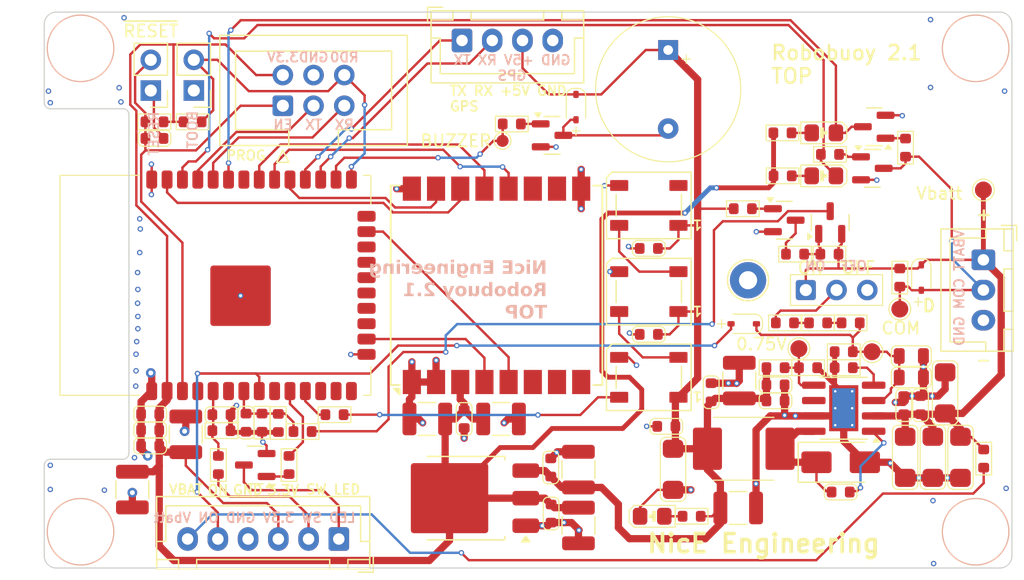
<source format=kicad_pcb>
(kicad_pcb (version 20241229) (generator "pcbnew") (generator_version "9.0")
  (layers (0 "F.Cu" signal) (4 "In1.Cu" power) (6 "In2.Cu" power) (2 "B.Cu" signal) (13 "F.Paste" user) (15 "B.Paste" user) (5 "F.SilkS" user "F.Silkscreen") (7 "B.SilkS" user "B.Silkscreen") (1 "F.Mask" user) (3 "B.Mask" user) (25 "Edge.Cuts" user))
  (net 0 "")
  (net 1 "+3.3V")
  (net 2 "Net-(BZ101--)")
  (net 3 "GND")
  (net 4 "EN")
  (net 5 "BUTTON")
  (net 6 "Vbatt")
  (net 7 "/CPU/VSAMP")
  (net 8 "Net-(D204-K)")
  (net 9 "LEDS")
  (net 10 "+5V")
  (net 11 "Net-(D202-K)")
  (net 12 "Net-(U202-BOOT)")
  (net 13 "Net-(D105-A)")
  (net 14 "/CPU/RX_SUB")
  (net 15 "/CPU/TX_SUB")
  (net 16 "Net-(D205-A)")
  (net 17 "Net-(D108-A)")
  (net 18 "DR0")
  (net 19 "RX")
  (net 20 "TX")
  (net 21 "/CPU/TX_GPS")
  (net 22 "/CPU/RX_GPS")
  (net 23 "Net-(Q101-G)")
  (net 24 "Net-(Q102-G)")
  (net 25 "/PSU/COM")
  (net 26 "Net-(D102-DOUT)")
  (net 27 "Net-(D103-DOUT)")
  (net 29 "BUZZER")
  (net 30 "BUTTON_LIGHT")
  (net 31 "Net-(Q117-B)")
  (net 32 "Net-(J102-Pin_2)")
  (net 33 "Net-(J102-Pin_1)")
  (net 34 "Net-(J102-Pin_6)")
  (net 37 "/CPU/RADIO_4")
  (net 43 "/CPU/RADIO_5")
  (net 45 "/CPU/RADIO_1")
  (net 48 "/CPU/RADIO_3")
  (net 49 "/CPU/RADIO_2")
  (net 57 "/CPU/ON")
  (net 58 "/CPU/RADIO_6")
  (net 60 "Net-(Q201-B)")
  (net 61 "Net-(Q203-D)")
  (net 62 "Net-(Q203-G)")
  (net 63 "Net-(Q204-G)")
  (net 64 "Net-(Q204-D)")
  (net 65 "Net-(R201-Pad1)")
  (net 66 "Net-(R201-Pad2)")
  (net 67 "Net-(R202-Pad2)")
  (net 68 "Net-(U202-RT{slash}SYNC)")
  (net 69 "Net-(U202-FB)")
  (net 72 "Net-(D102-DIN)")
  (footprint "A_Device:C_1206_(1.6)" (layer "F.Cu") (at 144.919 67.437 -90)
    (property "Reference" "C203" (hide yes))
    (property "Value" "22uF/35V" (hide yes))
  )
  (footprint "LED_SMD:LED_WS2812B_PLCC4_5.0x5.0mm_P3.2mm" (layer "F.Cu") (at 119.1514 60.817 180)
    (property "Reference" "D102" (hide yes))
    (property "Value" "WS2812B" (hide yes))
  )
  (footprint "A_Device:R_0603" (layer "F.Cu") (at 83.82 65.2272)
    (property "Reference" "R103" (hide yes))
    (property "Value" "10K" (hide yes))
  )
  (footprint "A_Device:C_0603" (layer "F.Cu") (at 129.6282 62.7634)
    (property "Reference" "C215" (hide yes))
    (property "Value" "1n" (hide yes))
  )
  (footprint "A_Device:C_0603" (layer "F.Cu") (at 141.617 63.119 90)
    (property "Reference" "C205" (hide yes))
    (property "Value" "100n" (hide yes))
  )
  (footprint "A_Device:R_0603" (layer "F.Cu") (at 130.2004 40.5892 180)
    (property "Reference" "R110" (hide yes))
    (property "Value" "10K" (hide yes))
  )
  (footprint "Connector_JST:JST_XH_B4B-XH-A_1x04_P2.50mm_Vertical" (layer "F.Cu") (at 103.7082 32.9438)
    (property "Reference" "J103" (hide yes))
    (property "Value" "GPS" (hide yes))
  )
  (footprint "A_Device:R_0603" (layer "F.Cu") (at 83.566 68.072 -90)
    (property "Reference" "R105" (hide yes))
    (property "Value" "100" (hide yes))
  )
  (footprint "A_Device:R_0603" (layer "F.Cu") (at 90.5256 65.3034 180)
    (property "Reference" "R217" (hide yes))
    (property "Value" "6.2k" (hide yes))
  )
  (footprint "A_Device:C_0603" (layer "F.Cu") (at 78.2828 41.0464)
    (property "Reference" "C101" (hide yes))
    (property "Value" "100n" (hide yes))
  )
  (footprint "A_Device:R_0603" (layer "F.Cu") (at 78.2828 39.6748 180)
    (property "Reference" "R102" (hide yes))
    (property "Value" "10K" (hide yes))
  )
  (footprint "A_Pads_Pins:Testpad_1.4" (layer "F.Cu") (at 139.9032 55.1688)
    (property "Reference" "TP204" (hide yes))
    (property "Value" "COM")
  )
  (footprint "LED_SMD:LED_WS2812B_PLCC4_5.0x5.0mm_P3.2mm" (layer "F.Cu") (at 119.1514 46.593 180)
    (property "Reference" "D104" (hide yes))
    (property "Value" "WS2812B" (hide yes))
  )
  (footprint "A_Mechanical:NPTH_M3" (layer "F.Cu") (at 146.172 73.594)
    (property "Reference" "H401" (hide yes))
    (property "Value" "MountingHole" (hide yes))
  )
  (footprint "A_Device:R_0603" (layer "F.Cu") (at 93.1672 63.9064)
    (property "Reference" "R108" (hide yes))
    (property "Value" "100" (hide yes))
  )
  (footprint "A_Device:R_0603" (layer "F.Cu") (at 122.694 72.3138)
    (property "Reference" "R219" (hide yes))
    (property "Value" "10K" (hide yes))
  )
  (footprint "A_Device:C_1206_(1.6)" (layer "F.Cu") (at 140.347 67.437 -90)
    (property "Reference" "C201" (hide yes))
    (property "Value" "22uF/35V" (hide yes))
  )
  (footprint "Connector_PinHeader_2.54mm:PinHeader_1x02_P2.54mm_Vertical" (layer "F.Cu") (at 77.978 37.089 180)
    (property "Reference" "SW102" (hide yes))
    (property "Value" "~{RESET}")
  )
  (footprint "A_Device:C_0603" (layer "F.Cu") (at 83.82 63.9064)
    (property "Reference" "C110" (hide yes))
    (property "Value" "100n" (hide yes))
  )
  (footprint "A_Device:C_0805" (layer "F.Cu") (at 140.855 59.055)
    (property "Reference" "C210" (hide yes))
    (property "Value" "10u/25V" (hide yes))
  )
  (footprint "Capacitor_SMD:C_1210_3225Metric" (layer "F.Cu") (at 113.3348 68.453 90)
    (property "Reference" "C207" (hide yes))
    (property "Value" "100u/10V" (hide yes))
  )
  (footprint "Capacitor_SMD:C_1210_3225Metric" (layer "F.Cu") (at 126.5428 71.628)
    (property "Reference" "C217" (hide yes))
    (property "Value" "100u/10V" (hide yes))
  )
  (footprint "A_Device:R_0603" (layer "F.Cu") (at 130.2164 44.1452 180)
    (property "Reference" "R205" (hide yes))
    (property "Value" "10K" (hide yes))
  )
  (footprint "A_Device:C_0603" (layer "F.Cu") (at 77.9272 65.1764 180)
    (property "Reference" "C105" (hide yes))
    (property "Value" "100n" (hide yes))
  )
  (footprint "A_Device:C_0603" (layer "F.Cu") (at 140.2334 63.119 90)
    (property "Reference" "C206" (hide yes))
    (property "Value" "10n" (hide yes))
  )
  (footprint "A_Device:R_0603" (layer "F.Cu") (at 132.3206 60.0202)
    (property "Reference" "R215" (hide yes))
    (property "Value" "8.2K" (hide yes))
  )
  (footprint "A_Device:R_0603" (layer "F.Cu") (at 89.408 68.072 -90)
    (property "Reference" "R104" (hide yes))
    (property "Value" "100" (hide yes))
  )
  (footprint "A_Mechanical:NPTH_M3" (layer "F.Cu") (at 72.172 73.594)
    (property "Reference" "H404" (hide yes))
    (property "Value" "MountingHole" (hide yes))
  )
  (footprint "A_Pads_Pins:Testpad_1.4" (layer "F.Cu") (at 146.812 45.3136 90)
    (property "Reference" "TP202" (hide yes))
    (property "Value" "Vbatt")
  )
  (footprint "A_Device:R_0603" (layer "F.Cu") (at 129.6282 60.0202)
    (property "Reference" "R214" (hide yes))
    (property "Value" "47K" (hide yes))
  )
  (footprint "A_Device:C_0603" (layer "F.Cu") (at 85.852 64.5668 -90)
    (property "Reference" "C220" (hide yes))
    (property "Value" "100n" (hide yes))
  )
  (footprint "A_Device:R_0603" (layer "F.Cu") (at 135.267 60.0202 180)
    (property "Reference" "R206" (hide yes))
    (property "Value" "47K" (hide yes))
  )
  (footprint "A_Device:R_0603" (layer "F.Cu") (at 107.823 39.8526 180)
    (property "Reference" "R107" (hide yes))
    (property "Value" "100" (hide yes))
  )
  (footprint "Connector_IDC:IDC-Header_2x03_P2.54mm_Vertical" (layer "F.Cu") (at 88.895 38.3445 90)
    (property "Reference" "J101" (hide yes))
    (property "Value" "Prog" (hide yes))
  )
  (footprint "A_Device:R_0603" (layer "F.Cu") (at 146.8374 67.5386 -90)
    (property "Reference" "R106" (hide yes))
    (property "Value" "100K" (hide yes))
  )
  (footprint "Package_TO_SOT_SMD:SOT-23" (layer "F.Cu") (at 130.3528 47.8141)
    (property "Reference" "Q203" (hide yes))
    (property "Value" "AO3400A" (hide yes))
  )
  (footprint "A_Device:C_0603" (layer "F.Cu") (at 119.1514 57.261 180)
    (property "Reference" "C107" (hide yes))
    (property "Value" "100n" (hide yes))
  )
  (footprint "A_Device:D_SOD-323_1.8x1.4x1.15" (layer "F.Cu") (at 127 56.388 180)
    (property "Reference" "D202" (hide yes))
    (property "Value" "1N4148WS" (hide yes))
  )
  (footprint "A_Device:C_0603" (layer "F.Cu") (at 111.0488 68.2752 90)
    (property "Reference" "C208" (hide yes))
    (property "Value" "100n" (hide yes))
  )
  (footprint "A_Device:R_0603" (layer "F.Cu") (at 135.8392 56.3118 180)
    (property "Reference" "R203" (hide yes))
    (property "Value" "100K" (hide yes))
  )
  (footprint "Package_TO_SOT_SMD:SOT-23" (layer "F.Cu") (at 137.6332 43.5215)
    (property "Reference" "Q117" (hide yes))
    (property "Value" "MMBT3904" (hide yes))
  )
  (footprint "A_Device:C_1206_(1.6)" (layer "F.Cu") (at 142.633 67.437 -90)
    (property "Reference" "C202" (hide yes))
    (property "Value" "22uF/35V" (hide yes))
  )
  (footprint "Connector_PinHeader_2.54mm:PinHeader_1x02_P2.54mm_Vertical" (layer "F.Cu") (at 81.534 37.084 180)
    (property "Reference" "SW101" (hide yes))
    (property "Value" "~{BOOT}/MODE" (hide yes))
  )
  (footprint "A_Device:C_0603" (layer "F.Cu") (at 124.3076 62.0522 90)
    (property "Reference" "C219" (hide yes))
    (property "Value" "100n" (hide yes))
  )
  (footprint "Diode_SMD:D_SMA" (layer "F.Cu") (at 135.013 67.8434)
    (property "Reference" "D204" (hide yes))
    (property "Value" "SS54" (hide yes))
  )
  (footprint "A_Device:R_0603" (layer "F.Cu") (at 130.4036 56.3118)
    (property "Reference" "R201" (hide yes))
    (property "Value" "100K" (hide yes))
  )
  (footprint "A_Passive:LED_0805" (layer "F.Cu") (at 133.62 40.5892 180)
    (property "Reference" "D105" (hide yes))
    (property "Value" "RX" (hide yes))
  )
  (footprint "Capacitor_SMD:C_1210_3225Metric" (layer "F.Cu") (at 113.3348 73.0758 -90)
    (property "Reference" "C212" (hide yes))
    (property "Value" "100u/10V" (hide yes))
  )
  (footprint "A_Device:C_0603" (layer "F.Cu") (at 135.013 70.3072)
    (property "Reference" "C213" (hide yes))
    (property "Value" "100n" (hide yes))
  )
  (footprint "A_Mechanical:NPTH_M3" (layer "F.Cu") (at 72.172 33.594)
    (property "Reference" "H403" (hide yes))
    (property "Value" "MountingHole" (hide yes))
  )
  (footprint "A_Device:C_0805" (layer "F.Cu") (at 140.855 60.833)
    (property "Reference" "C211" (hide yes))
    (property "Value" "10u/25V" (hide yes))
  )
  (footprint "A_Device:C_0603" (layer "F.Cu") (at 77.9272 66.4972 180)
    (property "Reference" "C106" (hide yes))
    (property "Value" "100n" (hide yes))
  )
  (footprint "A_Module:Ai-Thinker-Ra-02-LoRa" (layer "F.Cu") (at 106.562 53.204 90)
    (property "Reference" "U301" (hide yes))
    (property "Value" "Ai-Thinker-Ra-02" (hide yes))
  )
  (footprint "LED_SMD:LED_WS2812B_PLCC4_5.0x5.0mm_P3.2mm" (layer "F.Cu") (at 119.1514 53.721 180)
    (property "Reference" "D103" (hide yes))
    (property "Value" "WS2812B" (hide yes))
  )
  (footprint "A_Device:R_0603" (layer "F.Cu") (at 134.0866 50.6222)
    (property "Reference" "R212" (hide yes))
    (property "Value" "10K" (hide yes))
  )
  (footprint "Capacitor_SMD:C_1210_3225Metric" (layer "F.Cu") (at 106.934 64.262)
    (property "Reference" "C301" (hide yes))
    (property "Value" "100u/10V" (hide yes))
  )
  (footprint "A_Device:R_0603" (layer "F.Cu") (at 88.519 64.5922 -90)
    (property "Reference" "R216" (hide yes))
    (property "Value" "1k" (hide yes))
  )
  (footprint "A_Device:C_0603" (layer "F.Cu") (at 111.0742 72.0852 -90)
    (property "Reference" "C209" (hide yes))
    (property "Value" "100n" (hide yes))
  )
  (footprint "A_Module:ESP32-WROOM-32" (layer "F.Cu") (at 83.312 53.204)
    (property "Reference" "U101" (hide yes))
    (property "Value" "ESP32-WROOM-32E_(visible_peripherals)" (hide yes))
  )
  (footprint "Package_SO:SOIC-8-1EP_3.9x4.9mm_P1.27mm_EP2.41x3.81mm_ThermalVias" (layer "F.Cu") (at 135.267 63.373 180)
    (property "Reference" "U202" (hide yes))
    (property "Value" "LMR16020PDDA" (hide yes))
  )
  (footprint "A_Pads_Pins:Testpad_1.4" (layer "F.Cu") (at 137.6038 58.6994)
    (property "Reference" "TP201" (hide yes))
    (property "Value" "PWR_EN" (hide yes))
  )
  (footprint "Package_TO_SOT_SMD:TO-252-3_TabPin2" (layer "F.Cu") (at 103.9368 70.8152 180)
    (property "Reference" "U201" (hide yes))
    (property "Value" "LM1117DT-3.3" (hide yes))
  )
  (footprint "Package_TO_SOT_SMD:SOT-23" (layer "F.Cu") (at 137.7856 40.0812 180)
    (property "Reference" "Q201" (hide yes))
    (property "Value" "MMBT3904" (hide yes))
  )
  (footprint "A_Device:R_0603" (layer "F.Cu") (at 87.1728 64.5668 -90)
    (property "Reference" "R218" (hide yes))
    (property "Value" "1k" (hide yes))
  )
  (footprint "Package_TO_SOT_SMD:SOT-23" (layer "F.Cu") (at 86.614 68.072 180)
    (property "Reference" "Q101" (hide yes))
    (property "Value" "AO3400A" (hide yes))
  )
  (footprint "A_Device:R_0603" (layer "F.Cu") (at 140.3764 41.8084 90)
    (property "Reference" "R109" (hide yes))
    (property "Value" "10K" (hide yes))
  )
  (footprint "Capacitor_SMD:C_1210_3225Metric" (layer "F.Cu") (at 76.454 70.104 -90)
    (property "Reference" "C103" (hide yes))
    (property "Value" "100u/10V" (hide yes))
  )
  (footprint "A_Device:C_0603" (layer "F.Cu") (at 129.6282 61.4426)
    (property "Reference" "C218" (hide yes))
    (property "Value" "100n" (hide yes))
  )
  (footprint "Connector_JST:JST_XH_B6B-XH-A_1x06_P2.50mm_Vertical" (layer "F.Cu") (at 93.5228 74.1934 180)
    (property "Reference" "J102" (hide yes))
    (property "Value" "Conn_01x06_Socket" (hide yes))
  )
  (footprint "A_Device:C_1206_(1.6)" (layer "F.Cu") (at 143.649 62.103 90)
    (property "Reference" "C204" (hide yes))
    (property "Value" "4.7uF/50V" (hide yes))
  )
  (footprint "A_Device:C_0603" (layer "F.Cu") (at 103.886 64.262 -90)
    (property "Reference" "C303" (hide yes))
    (property "Value" "100n" (hide yes))
  )
  (footprint "A_Device:D_SOD-323_1.8x1.4x1.15" (layer "F.Cu") (at 113.1316 38.4556 -90)
    (property "Reference" "D101" (hide yes))
    (property "Value" "1N4148WS" (hide yes))
  )
  (footprint "A_Connector:Header_1x03_P2.54_Male" (layer "F.Cu") (at 134.672 53.594)
    (property "Reference" "SW201" (hide yes))
    (property "Value" "On/Off" (hide yes))
  )
  (footprint "A_Device:C_0603" (layer "F.Cu") (at 77.9272 63.8556 180)
    (property "Reference" "C104" (hide yes))
    (property "Value" "100n" (hide yes))
  )
  (footprint "Connector_JST:JST_XH_B3B-XH-A_1x03_P2.50mm_Vertical" (layer "F.Cu") (at 146.812 51.094 -90)
    (property "Reference" "J201" (hide yes))
    (property "Value" "CHRG/DATA" (hide yes))
  )
  (footprint "A_Passive:LED_0805" (layer "F.Cu") (at 133.62 44.1452 180)
    (property "Reference" "D108" (hide yes))
    (property "Value" "TX" (hide yes))
  )
  (footprint "A_Passive:LED_0805" (layer "F.Cu") (at 119.4308 72.3138)
    (property "Reference" "D205" (hide yes))
    (property "Value" "3.3V" (hide yes))
  )
  (footprint "A_Device:R_0603" (layer "F.Cu") (at 139.9032 52.5612 -90)
    (property "Reference" "R129" (hide yes))
    (property "Value" "2K" (hide yes))
  )
  (footprint "A_Device:L_6.6x7.0mm" (layer "F.Cu") (at 127 66.7258 180)
    (property "Reference" "L201" (hide yes))
    (property "Value" "10uH" (hide yes))
  )
  (footprint "A_Device:R_0603" (layer "F.Cu") (at 133.1468 56.3118)
    (property "Reference" "R202" (hide yes))
    (property "Value" "100K" (hide yes))
  )
  (footprint "Capacitor_SMD:C_1210_3225Metric" (layer "F.Cu") (at 126.631 61.087 90)
    (property "Reference" "C216" (hide yes))
    (property "Value" "100u/10V" (hide yes))
  )
  (footprint "A_Device:R_0603" (layer "F.Cu") (at 134.128 42.3672 180)
    (property "Reference" "R111" (hide yes))
    (property "Value" "10K" (hide yes))
  )
  (footprint "A_Misc:Buzzer-12x6.5x5.2" (layer "F.Cu") (at 120.7516 36.9824 -90)
    (property "Reference" "BZ101" (hide yes))
    (property "Value" "Buzzer" (hide yes))
  )
  (footprint "Package_TO_SOT_SMD:SOT-23" (layer "F.Cu") (at 111.1504 40.7924)
    (property "Reference" "Q102" (hide yes))
    (property "Value" "AO3400A" (hide yes))
  )
  (footprint "A_Device:R_0603" (layer "F.Cu") (at 126.9238 46.863 180)
    (property "Reference" "R210" (hide yes))
    (property "Value" "100" (hide yes))
  )
  (footprint "A_Pads_Pins:Testpad_1.4" (layer "F.Cu") (at 131.5586 58.4454)
    (property "Reference" "TP203" (hide yes))
    (property "Value" "0.75V")
  )
  (footprint "A_Device:C_0603" (layer "F.Cu") (at 119.1514 50.149 180)
    (property "Reference" "C108" (hide yes))
    (property "Value" "100n" (hide yes))
  )
  (footprint "A_Device:D_SOD-323_1.8x1.4x1.15" (layer "F.Cu") (at 141.6812 52.5612 -90)
    (property "Reference" "D109" (hide yes))
    (property "Value" "1N4148WS" (hide yes))
  )
  (footprint "Capacitor_SMD:C_1210_3225Metric" (layer "F.Cu") (at 100.838 64.262 180)
    (property "Reference" "C302" (hide yes))
    (property "Value" "100u/10V" (hide yes))
  )
  (footprint "Capacitor_SMD:C_1210_3225Metric" (layer "F.Cu") (at 80.8736 65.532 90)
    (property "Reference" "C102" (hide yes))
    (property "Value" "100u/10V" (hide yes))
  )
  (footprint "A_Device:R_0603" (layer "F.Cu") (at 81.4324 39.6748)
    (property "Reference" "R101" (hide yes))
    (property "Value" "10K" (hide yes))
  )
  (footprint "TestPoint:TestPoint_Loop_D2.54mm_Drill1.5mm_Beaded" (layer "F.Cu") (at 127.3556 52.7812)
    (property "Reference" "TP205" (hide yes))
    (property "Value" "GND" (hide yes))
  )
  (footprint "A_Mechanical:NPTH_M3" (layer "F.Cu") (at 146.172 33.594)
    (property "Reference" "H402" (hide yes))
    (property "Value" "MountingHole" (hide yes))
  )
  (footprint "A_Device:C_1206_(1.6)" (layer "F.Cu") (at 121.158 68.4276 -90)
    (property "Reference" "C221" (hide yes))
    (property "Value" "4.7uF/10V" (hide yes))
  )
  (footprint "A_Device:C_0603" (layer "F.Cu") (at 120.5992 64.8716 180)
    (property "Reference" "C109" (hide yes))
    (property "Value" "100n" (hide yes))
  )
  (footprint "A_Device:R_0603" (layer "F.Cu") (at 135.267 58.6994 180)
    (property "Reference" "R204" (hide yes))
    (property "Value" "47K" (hide yes))
  )
  (footprint "Package_TO_SOT_SMD:SOT-23" (layer "F.Cu") (at 134.1487 48.006 90)
    (property "Reference" "Q204" (hide yes))
    (property "Value" "AO3401A" (hide yes))
  )
  (footprint "A_Device:R_0603" (layer "F.Cu") (at 131.2418 50.6222)
    (property "Reference" "R213" (hide yes))
    (property "Value" "100K" (hide yes))
  )
  (footprint "A_Pads_Pins:Testpad_1" (layer "F.Cu") (at 107.061 41.2496 180)
    (property "Reference" "TP101" (hide yes))
    (property "Value" "BUZZER")
  )
  (gr_arc (start 69.172 68.094) (mid 69.318447 67.740447) (end 69.672 67.594) (stroke (width 0.1)) (layer "Edge.Cuts"))
  (gr_arc (start 75.672 38.594) (mid 76.025553 38.740447) (end 76.172 39.094) (stroke (width 0.1)) (layer "Edge.Cuts"))
  (gr_arc (start 69.172 31.594) (mid 69.464893 30.886893) (end 70.172 30.594) (stroke (width 0.1)) (layer "Edge.Cuts"))
  (gr_arc (start 76.172 67.094) (mid 76.025553 67.447553) (end 75.672 67.594) (stroke (width 0.1)) (layer "Edge.Cuts"))
  (gr_arc (start 149.172 75.594) (mid 148.879107 76.301107) (end 148.172 76.594) (stroke (width 0.1)) (layer "Edge.Cuts"))
  (gr_line (start 148.172 76.594) (end 70.172 76.594) (stroke (width 0.1)) (layer "Edge.Cuts"))
  (gr_line (start 69.172 38.094) (end 69.172 31.594) (stroke (width 0.1)) (layer "Edge.Cuts"))
  (gr_line (start 76.174554 67.094) (end 76.172 39.094) (stroke (width 0.1)) (layer "Edge.Cuts"))
  (gr_arc (start 70.172 76.594) (mid 69.464893 76.301107) (end 69.172 75.594) (stroke (width 0.1)) (layer "Edge.Cuts"))
  (gr_line (start 69.672 67.594) (end 75.672 67.594) (stroke (width 0.1)) (layer "Edge.Cuts"))
  (gr_line (start 70.172 30.594) (end 148.172 30.594) (stroke (width 0.1)) (layer "Edge.Cuts"))
  (gr_line (start 69.172 75.594) (end 69.172 68.094) (stroke (width 0.1)) (layer "Edge.Cuts"))
  (gr_arc (start 148.172 30.594) (mid 148.879107 30.886893) (end 149.172 31.594) (stroke (width 0.1)) (layer "Edge.Cuts"))
  (gr_line (start 75.672 38.594) (end 69.672 38.594) (stroke (width 0.1)) (layer "Edge.Cuts"))
  (gr_line (start 149.172 31.594) (end 149.172 75.594) (stroke (width 0.1)) (layer "Edge.Cuts"))
  (gr_arc (start 69.672 38.594) (mid 69.318447 38.447553) (end 69.172 38.094) (stroke (width 0.1)) (layer "Edge.Cuts"))
  (gr_text "GND" (at 84.6836 70.612 0) (layer "F.SilkS") (effects (font (size 0.8 0.8) (thickness 0.15) (bold yes)) (justify left bottom)))
  (gr_text "D" (at 141.6812 55.4736 0) (layer "F.SilkS") (effects (font (size 1 1) (thickness 0.2) (bold yes)) (justify left bottom)))
  (gr_text "PROG" (at 84.1248 42.926 0) (layer "F.SilkS") (effects (font (size 0.8 0.8) (thickness 0.15) (bold yes)) (justify left bottom)))
  (gr_text "ON  OFF" (at 134.672 52.324 0) (layer "F.SilkS") (effects (font (size 1 1)) (justify bottom)))
  (gr_text "+" (at 146.1008 47.9044 0) (layer "F.SilkS") (effects (font (size 1 1) (thickness 0.2) (bold yes)) (justify left bottom)))
  (gr_text "NicE Engineering" (at 118.872 75.438 0) (layer "F.SilkS") (effects (font (size 1.5 1.5) (thickness 0.3) (bold yes)) (justify left bottom)))
  (gr_text "-" (at 146.1008 59.944 0) (layer "F.SilkS") (effects (font (size 1 1)) (justify left bottom)))
  (gr_text "TX RX +5V GND\nGPS" (at 102.616 38.862 0) (layer "F.SilkS") (effects (font (size 0.8 0.8) (thickness 0.15) (bold yes)) (justify left bottom)))
  (gr_text "3.3V" (at 87.5284 70.612 0) (layer "F.SilkS") (effects (font (size 0.8 0.8) (thickness 0.15) (bold yes)) (justify left bottom)))
  (gr_text "ON" (at 82.6008 70.612 0) (layer "F.SilkS") (effects (font (size 0.8 0.8) (thickness 0.15) (bold yes)) (justify left bottom)))
  (gr_text "SW" (at 90.7288 70.5612 0) (layer "F.SilkS") (effects (font (size 0.8 0.8) (thickness 0.15) (bold yes)) (justify left bottom)))
  (gr_text "LED" (at 93.0148 70.5612 0) (layer "F.SilkS") (effects (font (size 0.8 0.8) (thickness 0.15) (bold yes)) (justify left bottom)))
  (gr_text "VBAT" (at 79.4004 70.5612 0) (layer "F.SilkS") (effects (font (size 0.8 0.8) (thickness 0.15) (bold yes)) (justify left bottom)))
  (gr_text "Robobuoy 2.1\nTOP" (at 129.172 36.594 0) (layer "F.SilkS") (effects (font (size 1.2 1.2) (thickness 0.2) (bold yes)) (justify left bottom)))
  (gr_text "GND" (at 91.44 34.798 0) (layer "B.SilkS") (effects (font (size 0.8 0.8) (thickness 0.15) (bold yes)) (justify bottom mirror)))
  (gr_text "NicE Engineering\nRobobuoy 2.1\nTOP" (at 110.744 56.134 0) (layer "B.SilkS") (effects (font (size 1.1 1.1) (thickness 0.15) (bold yes)) (justify left bottom mirror)))
  (gr_text "TX" (at 91.44 40.386 0) (layer "B.SilkS") (effects (font (size 0.8 0.8) (thickness 0.15) (bold yes)) (justify bottom mirror)))
  (gr_text "RESET" (at 78.232 40.6464 90) (layer "B.SilkS") (effects (font (size 0.8 0.8) (thickness 0.15) (bold yes)) (justify mirror)))
  (gr_text "LED SW 3.3V GND ON Vbatt" (at 94.996 72.898 0) (layer "B.SilkS") (effects (font (size 0.8 0.8) (thickness 0.15) (bold yes)) (justify left bottom mirror)))
  (gr_text "RD0" (at 93.98 34.798 0) (layer "B.SilkS") (effects (font (size 0.8 0.8) (thickness 0.15) (bold yes)) (justify bottom mirror)))
  (gr_text "GND +5V RX TX\n      GPS" (at 112.776 36.322 0) (layer "B.SilkS") (effects (font (size 0.8 0.8) (thickness 0.15) (bold yes)) (justify left bottom mirror)))
  (gr_text "EN" (at 88.9 40.386 0) (layer "B.SilkS") (effects (font (size 0.8 0.8) (thickness 0.15) (bold yes)) (justify bottom mirror)))
  (gr_text "BOOT" (at 81.4324 40.3248 90) (layer "B.SilkS") (effects (font (size 0.8 0.8) (thickness 0.15) (bold yes)) (justify mirror)))
  (gr_text "RX" (at 93.98 40.386 0) (layer "B.SilkS") (effects (font (size 0.8 0.8) (thickness 0.15) (bold yes)) (justify bottom mirror)))
  (gr_text "VBATT COM GND" (at 145.288 48.514 90) (layer "B.SilkS") (effects (font (size 0.8 0.8) (thickness 0.15) (bold yes)) (justify left bottom mirror)))
  (gr_text "3.3V" (at 88.9 34.798 0) (layer "B.SilkS") (effects (font (size 0.8 0.8) (thickness 0.15) (bold yes)) (justify bottom mirror)))
  (gr_text "OFF  ON" (at 134.62 52.07 0) (layer "B.SilkS") (effects (font (size 0.8 0.8) (thickness 0.15) (bold yes)) (justify bottom mirror)))
  (segment (start 77.1144 33.274) (end 76.283 34.1054) (width 0.2) (layer "F.Cu") (net 1))
  (segment (start 80.8736 68.1228) (end 80.8736 67.007) (width 0.2) (layer "F.Cu") (net 1))
  (segment (start 76.7842 46.5836) (end 79.325 49.1244) (width 0.2) (layer "F.Cu") (net 1))
  (segment (start 78.6772 68.1348) (end 78.6772 74.7656) (width 0.6) (layer "F.Cu") (net 1))
  (segment (start 76.7842 38.7604) (end 76.7842 46.5836) (width 0.2) (layer "F.Cu") (net 1))
  (segment (start 116.9924 65.0494) (end 118.5672 63.4746) (width 0.4) (layer "F.Cu") (net 1))
  (segment (start 115.2652 60.2996) (end 115.2652 47.7266) (width 0.4) (layer "F.Cu") (net 1))
  (segment (start 109.5756 66.6242) (end 111.1504 65.0494) (width 0.4) (layer "F.Cu") (net 1))
  (segment (start 102.6768 70.6274) (end 102.313 70.2636) (width 0.6) (layer "F.Cu") (net 1))
  (segment (start 103.562 62.6426) (end 103.562 61.204) (width 0.6) (layer "F.Cu") (net 1))
  (segment (start 79.325 61.954) (end 79.325 62.704) (width 0.6) (layer "F.Cu") (net 1))
  (segment (start 115.7732 60.8076) (end 115.2652 60.2996) (width 0.4) (layer "F.Cu") (net 1))
  (segment (start 106.8678 66.6242) (end 109.5756 66.6242) (width 0.4) (layer "F.Cu") (net 1))
  (segment (start 102.6768 70.6274) (end 103.7336 69.5706) (width 0.6) (layer "F.Cu") (net 1))
  (segment (start 79.883 75.9714) (end 101.0158 75.9714) (width 0.6) (layer "F.Cu") (net 1))
  (segment (start 129.4664 40.6052) (end 129.4504 40.5892) (width 0.4) (layer "F.Cu") (net 1))
  (segment (start 108.9768 70.8152) (end 110.5542 70.8152) (width 0.6) (layer "F.Cu") (net 1))
  (segment (start 78.6772 66.4972) (end 78.6772 68.1348) (width 0.6) (layer "F.Cu") (net 1))
  (segment (start 87.5792 71.2216) (end 83.9724 71.2216) (width 0.2) (layer "F.Cu") (net 1))
  (segment (start 88.895 35.8045) (end 86.692328 35.8045) (width 0.2) (layer "F.Cu") (net 1))
  (segment (start 88.5228 72.1652) (end 87.5792 71.2216) (width 0.2) (layer "F.Cu") (net 1))
  (segment (start 103.886 62.9666) (end 103.562 62.6426) (width 0.6) (layer "F.Cu") (net 1))
  (segment (start 117.5512 60.8076) (end 115.7732 60.8076) (width 0.4) (layer "F.Cu") (net 1))
  (segment (start 76.283 34.1054) (end 76.283 38.2592) (width 0.2) (layer "F.Cu") (net 1))
  (segment (start 103.886 63.512) (end 103.886 62.9666) (width 0.6) (layer "F.Cu") (net 1))
  (segment (start 102.313 70.2636) (end 102.313 64.262) (width 0.6) (layer "F.Cu") (net 1))
  (segment (start 111.3398 71.6008) (end 111.0742 71.3352) (width 0.6) (layer "F.Cu") (net 1))
  (segment (start 124.7394 45.1358) (end 129.0574 45.1358) (width 0.4) (layer "F.Cu") (net 1))
  (segment (start 86.692328 35.8045) (end 84.161828 33.274) (width 0.2) (layer "F.Cu") (net 1))
  (segment (start 129.4664 44.7268) (end 129.4664 44.1452) (width 0.4) (layer "F.Cu") (net 1))
  (segment (start 118.5672 63.4746) (end 118.5672 61.8236) (width 0.4) (layer "F.Cu") (net 1))
  (segment (start 88.5228 74.1934) (end 88.5228 72.1652) (width 0.2) (layer "F.Cu") (net 1))
  (segment (start 115.7732 47.2186) (end 122.1486 47.2186) (width 0.4) (layer "F.Cu") (net 1))
  (segment (start 78.6772 63.8556) (end 78.6772 66.4972) (width 0.6) (layer "F.Cu") (net 1))
  (segment (start 129.4664 44.1452) (end 129.4664 40.6052) (width 0.4) (layer "F.Cu") (net 1))
  (segment (start 118.5672 61.8236) (end 117.5512 60.8076) (width 0.4) (layer "F.Cu") (net 1))
  (segment (start 79.187 67.007) (end 78.6772 66.4972) (width 0.6) (layer "F.Cu") (net 1))
  (segment (start 78.183 68.629) (end 76.454 68.629) (width 0.6) (layer "F.Cu") (net 1))
  (segment (start 102.6768 70.8152) (end 106.8678 66.6242) (width 0.4) (layer "F.Cu") (net 1))
  (segment (start 79.325 49.1244) (end 79.325 61.954) (width 0.2) (layer "F.Cu") (net 1))
  (segment (start 101.0158 75.9714) (end 102.6768 74.3104) (width 0.6) (layer "F.Cu") (net 1))
  (segment (start 78.6772 63.3518) (end 78.6772 63.8556) (width 0.6) (layer "F.Cu") (net 1))
  (segment (start 78.6772 74.7656) (end 79.883 75.9714) (width 0.6) (layer "F.Cu") (net 1))
  (segment (start 111.1504 65.0494) (end 116.9924 65.0494) (width 0.4) (layer "F.Cu") (net 1))
  (segment (start 79.325 62.704) (end 78.6772 63.3518) (width 0.6) (layer "F.Cu") (net 1))
  (segment (start 129.0574 45.1358) (end 129.4664 44.7268) (width 0.4) (layer "F.Cu") (net 1))
  (segment (start 83.9724 71.2216) (end 80.8736 68.1228) (width 0.2) (layer "F.Cu") (net 1))
  (segment (start 102.6768 70.8152) (end 102.6768 70.6274) (width 0.6) (layer "F.Cu") (net 1))
  (segment (start 102.313 64.262) (end 103.136 64.262) (width 0.6) (layer "F.Cu") (net 1))
  (segment (start 102.6768 74.3104) (end 102.6768 70.8152) (width 0.6) (layer "F.Cu") (net 1))
  (segment (start 79.0328 39.6748) (end 79.8576 39.6748) (width 0.2) (layer "F.Cu") (net 1))
  (segment (start 115.2652 47.7266) (end 115.7732 47.2186) (width 0.4) (layer "F.Cu") (net 1))
  (segment (start 78.6772 68.1348) (end 78.183 68.629) (width 0.6) (layer "F.Cu") (net 1))
  (segment (start 79.8576 33.2994) (end 79.8322 33.274) (width 0.2) (layer "F.Cu") (net 1))
  (segment (start 79.8576 39.6748) (end 79.8576 33.2994) (width 0.2) (layer "F.Cu") (net 1))
  (segment (start 103.136 64.262) (end 103.886 63.512) (width 0.6) (layer "F.Cu") (net 1))
  (segment (start 108.9768 70.8152) (end 102.6768 70.8152) (width 0.6) (layer "F.Cu") (net 1))
  (segment (start 79.8322 33.274) (end 77.1144 33.274) (width 0.2) (layer "F.Cu") (net 1))
  (segment (start 80.8736 67.007) (end 79.187 67.007) (width 0.6) (layer "F.Cu") (net 1))
  (segment (start 84.161828 33.274) (end 79.8322 33.274) (width 0.2) (layer "F.Cu") (net 1))
  (segment (start 113.3348 71.6008) (end 111.3398 71.6008) (width 0.6) (layer "F.Cu") (net 1))
  (segment (start 103.886 63.512) (end 104.636 64.262) (width 0.6) (layer "F.Cu") (net 1))
  (segment (start 104.636 64.262) (end 105.459 64.262) (width 0.6) (layer "F.Cu") (net 1))
  (segment (start 76.283 38.2592) (end 76.7842 38.7604) (width 0.2) (layer "F.Cu") (net 1))
  (segment (start 110.5542 70.8152) (end 111.0742 71.3352) (width 0.6) (layer "F.Cu") (net 1))
  (segment (start 79.8576 39.6748) (end 80.6824 39.6748) (width 0.2) (layer "F.Cu") (net 1))
  (via (at 122.1486 47.2186) (size 0.45) (drill 0.25) (layers "F.Cu" "B.Cu") (net 1))
  (via (at 124.7394 45.1358) (size 0.45) (drill 0.25) (layers "F.Cu" "B.Cu") (net 1))
  (segment (start 124.7394 45.1358) (end 124.2314 45.1358) (width 0.4) (layer "B.Cu") (net 1))
  (segment (start 124.2314 45.1358) (end 122.1486 47.2186) (width 0.4) (layer "B.Cu") (net 1))
  (segment (start 112.0879 40.7924) (end 120.1916 40.7924) (width 0.2) (layer "F.Cu") (net 2))
  (segment (start 112.0879 40.1089) (end 112.0879 40.7924) (width 0.2) (layer "F.Cu") (net 2))
  (segment (start 113.1316 39.5056) (end 112.6912 39.5056) (width 0.2) (layer "F.Cu") (net 2))
  (segment (start 120.1916 40.7924) (end 120.7516 40.2324) (width 0.2) (layer "F.Cu") (net 2))
  (segment (start 112.6912 39.5056) (end 112.0879 40.1089) (width 0.2) (layer "F.Cu") (net 2))
  (segment (start 113.3348 73.5076) (end 113.3348 74.5508) (width 0.6) (layer "F.Cu") (net 3))
  (segment (start 116.7014 59.167) (end 117.4854 59.167) (width 0.2) (layer "F.Cu") (net 3))
  (segment (start 143.649 61.7862) (end 143.0662 62.369) (width 0.6) (layer "F.Cu") (net 3))
  (segment (start 84.57 63.639) (end 85.0646 63.1444) (width 0.4) (layer "F.Cu") (net 3))
  (segment (start 78.055 60.529) (end 77.978 60.452) (width 0.6) (layer "F.Cu") (net 3))
  (segment (start 110.8142 73.0952) (end 111.0742 72.8352) (width 0.6) (layer "F.Cu") (net 3))
  (segment (start 78.055 44.454) (end 78.055 45.6684) (width 0.2) (layer "F.Cu") (net 3))
  (segment (start 87.5515 67.122) (end 87.5515 66.4695) (width 0.2) (layer "F.Cu") (net 3))
  (segment (start 112.141 72.8352) (end 112.764 72.8352) (width 0.6) (layer "F.Cu") (net 3))
  (segment (start 135.267 66.0974) (end 135.267 63.373) (width 0.6) (layer "F.Cu") (net 3))
  (segment (start 113.3348 66.978) (end 111.596 66.978) (width 0.6) (layer "F.Cu") (net 3))
  (segment (start 133.0706 60.0202) (end 133.12 60.0202) (width 0.4) (layer "F.Cu") (net 3))
  (segment (start 99.562 61.204) (end 99.562 59.5436) (width 0.6) (layer "F.Cu") (net 3))
  (segment (start 131.2672 64.008) (end 131.6228 64.008) (width 0.6) (layer "F.Cu") (net 3))
  (segment (start 88.4936 65.3676) (end 84.7104 65.3676) (width 0.4) (layer "F.Cu") (net 3))
  (segment (start 118.4308 72.3138) (end 118.4308 71.5612) (width 0.2) (layer "F.Cu") (net 3))
  (segment (start 130.3782 63.9572) (end 130.3782 62.7634) (width 0.6) (layer "F.Cu") (net 3))
  (segment (start 128.0178 69.6214) (end 128.0178 65.178266) (width 0.6) (layer "F.Cu") (net 3))
  (segment (start 132.792 64.008) (end 134.632 64.008) (width 0.6) (layer "F.Cu") (net 3))
  (segment (start 87.1728 66.0908) (end 87.1728 65.3168) (width 0.2) (layer "F.Cu") (net 3))
  (segment (start 99.554 45.212) (end 98.298 45.212) (width 0.6) (layer "F.Cu") (net 3))
  (segment (start 77.1772 62.8318) (end 77.1772 63.8556) (width 0.6) (layer "F.Cu") (net 3))
  (segment (start 135.267 62.1672) (end 135.267 63.373) (width 0.4) (layer "F.Cu") (net 3))
  (segment (start 126.631 59.612) (end 126.631 61.1004) (width 0.6) (layer "F.Cu") (net 3))
  (segment (start 99.562 61.204) (end 99.562 62.4392) (width 0.6) (layer "F.Cu") (net 3))
  (segment (start 138.7231 39.1312) (end 140.0708 39.1312) (width 0.2) (layer "F.Cu") (net 3))
  (segment (start 118.4014 57.261) (end 117.6622 57.261) (width 0.2) (layer "F.Cu") (net 3))
  (segment (start 100.1372 64.262) (end 100.457 64.5818) (width 0.6) (layer "F.Cu") (net 3))
  (segment (start 118.4014 50.149) (end 117.6368 50.149) (width 0.2) (layer "F.Cu") (net 3))
  (segment (start 76.454 71.579) (end 76.454 70.358) (width 0.6) (layer "F.Cu") (net 3))
  (segment (start 141.478 69.137) (end 143.8402 69.137) (width 0.6) (layer "F.Cu") (net 3))
  (segment (start 84.7104 65.3676) (end 84.57 65.2272) (width 0.4) (layer "F.Cu") (net 3))
  (segment (start 116.7014 44.943) (end 115.5088 44.943) (width 0.2) (layer "F.Cu") (net 3))
  (segment (start 77.1772 63.8556) (end 77.1772 66.4972) (width 0.6) (layer "F.Cu") (net 3))
  (segment (start 134.567 61.484612) (end 134.567 61.973) (width 0.4) (layer "F.Cu") (net 3))
  (segment (start 116.7014 52.071) (end 115.9412 52.071) (width 0.2) (layer "F.Cu") (net 3))
  (segment (start 113.562 46.8616) (end 113.5634 46.863) (width 0.6) (layer "F.Cu") (net 3))
  (segment (start 99.562 62.4392) (end 99.363 62.6382) (width 0.6) (layer "F.Cu") (net 3))
  (segment (start 130.3782 61.4426) (end 130.3782 62.7634) (width 0.6) (layer "F.Cu") (net 3))
  (segment (start 99.363 62.6382) (end 99.363 64.262) (width 0.6) (layer "F.Cu") (net 3))
  (segment (start 115.5088 44.943) (end 115.4938 44.958) (width 0.2) (layer "F.Cu") (net 3))
  (segment (start 101.562 61.204) (end 101.562 59.4232) (width 0.6) (layer "F.Cu") (net 3))
  (segment (start 84.57 63.9064) (end 84.57 63.639) (width 0.4) (layer "F.Cu") (net 3))
  (segment (start 113.3856 73.4568) (end 113.3729 73.4695) (width 0.6) (layer "F.Cu") (net 3))
  (segment (start 117.6622 57.261) (end 117.5512 57.15) (width 0.2) (layer "F.Cu") (net 3))
  (segment (start 142.5702 62.369) (end 141.617 62.369) (width 0.6) (layer "F.Cu") (net 3))
  (segment (start 113.562 45.204) (end 113.562 46.8616) (width 0.6) (layer "F.Cu") (net 3))
  (segment (start 136.6957 44.4715) (end 137.9689 44.4715) (width 0.2) (layer "F.Cu") (net 3))
  (segment (start 133.12 60.0202) (end 135.267 62.1672) (width 0.4) (layer "F.Cu") (net 3))
  (segment (start 132.792 64.008) (end 131.6228 64.008) (width 0.6) (layer "F.Cu") (net 3))
  (segment (start 110.3376 73.0952) (end 110.8142 73.0952) (width 0.6) (layer "F.Cu") (net 3))
  (segment (start 99.363 64.262) (end 100.1372 64.262) (width 0.6) (layer "F.Cu") (net 3))
  (segment (start 77.1772 66.4972) (end 77.1772 66.7632) (width 0.6) (layer "F.Cu") (net 3))
  (segment (start 107.5078 64.262) (end 107.188 64.5818) (width 0.6) (layer "F.Cu") (net 3))
  (segment (start 78.055 45.6684) (end 78.0288 45.6946) (width 0.2) (layer "F.Cu") (net 3))
  (segment (start 117.6368 50.149) (end 117.475 49.9872) (width 0.2) (layer "F.Cu") (net 3))
  (segment (start 137.013 67.8434) (end 135.267 66.0974) (width 0.6) (layer "F.Cu") (net 3))
  (segment (start 134.517 58.6994) (end 134.517 62.623) (width 0.4) (layer "F.Cu") (net 3))
  (segment (start 140.0708 39.1312) (end 140.1064 39.1668) (width 0.2) (layer "F.Cu") (net 3))
  (segment (start 128.0178 71.628) (end 128.0178 69.6214) (width 0.6) (layer "F.Cu") (net 3))
  (segment (start 129.4153 48.7641) (end 128.0453 48.7641) (width 0.2) (layer "F.Cu") (net 3))
  (segment (start 143.8402 69.137) (end 144.919 69.137) (width 0.6) (layer "F.Cu") (net 3))
  (segment (start 126.631 61.1004) (end 126.4158 61.3156) (width 0.6) (layer "F.Cu") (net 3))
  (segment (start 79.0328 40.9448) (end 78.2338 40.1458) (width 0.2) (layer "F.Cu") (net 3))
  (segment (start 111.0742 72.8352) (end 112.141 72.8352) (width 0.6) (layer "F.Cu") (net 3))
  (segment (start 143.649 60.403) (end 143.649 61.7862) (width 0.6) (layer "F.Cu") (net 3))
  (segment (start 143.0662 62.369) (end 142.5702 62.369) (width 0.6) (layer "F.Cu") (net 3))
  (segment (start 78.2338 37.3448) (end 77.978 37.089) (width 0.2) (layer "F.Cu") (net 3))
  (segment (start 139.1227 67.9127) (end 140.347 69.137) (width 0.6) (layer "F.Cu") (net 3))
  (segment (start 80.8736 65.1764) (end 80.772 65.278) (width 0.6) (layer "F.Cu") (net 3))
  (segment (start 137.013 67.8434) (end 139.0534 67.8434) (width 0.6) (layer "F.Cu") (net 3))
  (segment (start 131.6228 64.008) (end 130.3782 64.008) (width 0.6) (layer "F.Cu") (net 3))
  (segment (start 108.409 64.262) (end 107.5078 64.262) (width 0.6) (layer "F.Cu") (net 3))
  (segment (start 112.764 72.8352) (end 113.3856 73.4568) (width 0.6) (layer "F.Cu") (net 3))
  (segment (start 80.8736 64.057) (end 80.8736 65.1764) (width 0.6) (layer "F.Cu") (net 3))
  (segment (start 125.73 61.3022) (end 126.4024 61.3022) (width 0.6) (layer "F.Cu") (net 3))
  (segment (start 101.562 59.4232) (end 101.5746 59.4106) (width 0.6) (layer "F.Cu") (net 3))
  (segment (start 124.3958 61.3022) (end 125.73 61.3022) (width 0.6) (layer "F.Cu") (net 3))
  (segment (start 108.9768 73.0952) (end 110.3376 73.0952) (width 0.6) (layer "F.Cu") (net 3))
  (segment (start 78.055 43.2062) (end 78.0288 43.18) (width 0.2) (layer "F.Cu") (net 3))
  (segment (start 78.055 61.954) (end 77.1772 62.8318) (width 0.6) (layer "F.Cu") (net 3))
  (segment (start 88.519 65.3422) (end 88.4936 65.3676) (width 0.4) (layer "F.Cu") (net 3))
  (segment (start 134.517 62.623) (end 135.267 63.373) (width 0.4) (layer "F.Cu") (net 3))
  (segment (start 140.347 62.769) (end 140.223544 62.892456) (width 0.6) (layer "F.Cu") (net 3))
  (segment (start 87.249 66.167) (end 87.1728 66.0908) (width 0.2) (layer "F.Cu") (net 3))
  (segment (start 118.4308 71.5612) (end 119.8644 70.1276) (width 0.2) (layer "F.Cu") (net 3))
  (segment (start 111.4654 41.7424) (end 111.4806 41.7576) (width 0.2) (layer "F.Cu") (net 3))
  (segment (start 87.5515 66.4695) (end 87.249 66.167) (width 0.2) (layer "F.Cu") (net 3))
  (segment (start 113.562 45.204) (end 113.562 43.6132) (width 0.6) (layer "F.Cu") (net 3))
  (segment (start 94.5224 58.919) (end 94.5134 58.928) (width 0.2) (layer "F.Cu") (net 3))
  (segment (start 117.4854 59.167) (end 118.1354 59.817) (width 0.2) (layer "F.Cu") (net 3))
  (segment (start 110.2129 41.7424) (end 111.4654 41.7424) (width 0.2) (layer "F.Cu") (net 3))
  (segment (start 77.1772 66.7632) (end 77.724 67.31) (width 0.6) (layer "F.Cu") (net 3))
  (segment (start 140.223544 62.892456) (end 139.524983 62.892456) (width 0.6) (layer "F.Cu") (net 3))
  (segment (start 103.886 65.012) (end 103.886 65.8622) (width 0.6) (layer "F.Cu") (net 3))
  (segment (start 78.055 61.954) (end 78.055 60.529) (width 0.6) (layer "F.Cu") (net 3))
  (segment (start 99.562 59.5436) (end 99.568 59.5376) (width 0.6) (layer "F.Cu") (net 3))
  (segment (start 137.9689 44.4715) (end 137.9982 44.5008) (width 0.2) (layer "F.Cu") (net 3))
  (segment (start 101.562 61.204) (end 99.562 61.204) (width 0.6) (layer "F.Cu") (net 3))
  (segment (start 126.4024 61.3022) (end 126.4158 61.3156) (width 0.6) (layer "F.Cu") (net 3))
  (segment (start 128.0178 65.178266) (end 129.188066 64.008) (width 0.6) (layer "F.Cu") (net 3))
  (segment (start 99.562 45.204) (end 99.554 45.212) (width 0.6) (layer "F.Cu") (net 3))
  (segment (start 140.347 69.137) (end 141.478 69.137) (width 0.6) (layer "F.Cu") (net 3))
  (segment (start 141.855 62.131) (end 141.617 62.369) (width 0.6) (layer "F.Cu") (net 3))
  (segment (start 78.2338 40.1458) (end 78.2338 37.3448) (width 0.2) (layer "F.Cu") (net 3))
  (segment (start 128.0453 48.7641) (end 128.0414 48.768) (width 0.2) (layer "F.Cu") (net 3))
  (segment (start 141.855 59.944) (end 141.855 62.131) (width 0.6) (layer "F.Cu") (net 3))
  (segment (start 129.188066 64.008) (end 131.2672 64.008) (width 0.6) (layer "F.Cu") (net 3))
  (segment (start 113.5634 43.6118) (end 113.562 43.6132) (width 0.6) (layer "F.Cu") (net 3))
  (segment (start 141.855 59.055) (end 141.855 59.944) (width 0.6) (layer "F.Cu") (net 3))
  (segment (start 78.055 44.454) (end 78.055 43.2062) (width 0.2) (layer "F.Cu") (net 3))
  (segment (start 139.0534 67.8434) (end 139.1227 67.9127) (width 0.6) (layer "F.Cu") (net 3))
  (segment (start 140.347 62.369) (end 140.347 62.769) (width 0.6) (layer "F.Cu") (net 3))
  (segment (start 111.596 66.978) (end 111.5374 67.0366) (width 0.6) (layer "F.Cu") (net 3))
  (segment (start 140.347 62.369) (end 140.9192 62.369) (width 0.6) (layer "F.Cu") (net 3))
  (segment (start 140.9192 62.369) (end 141.617 62.369) (width 0.6) (layer "F.Cu") (net 3))
  (segment (start 95.815 58.919) (end 94.5224 58.919) (width 0.2) (layer "F.Cu") (net 3))
  (segment (start 111.5374 67.0366) (end 111.0488 67.5252) (width 0.6) (layer "F.Cu") (net 3))
  (segment (start 115.9412 52.071) (end 115.9402 52.07) (width 0.2) (layer "F.Cu") (net 3))
  (segment (start 84.57 63.9064) (end 84.57 65.2272) (width 0.4) (layer "F.Cu") (net 3))
  (segment (start 130.3782 64.008) (end 130.3782 63.9572) (width 0.6) (layer "F.Cu") (net 3))
  (segment (start 134.632 64.008) (end 135.267 63.373) (width 0.6) (layer "F.Cu") (net 3))
  (segment (start 121.158 70.1276) (end 122.6294 70.1276) (width 0.6) (layer "F.Cu") (net 3))
  (segment (start 122.6294 70.1276) (end 122.6312 70.1294) (width 0.6) (layer "F.Cu") (net 3))
  (segment (start 119.8644 70.1276) (end 121.158 70.1276) (width 0.2) (layer "F.Cu") (net 3))
  (segment (start 119.8492 64.8716) (end 118.9736 64.8716) (width 0.2) (layer "F.Cu") (net 3))
  (segment (start 113.3729 73.4695) (end 113.3348 73.5076) (width 0.6) (layer "F.Cu") (net 3))
  (via (at 77.978 60.452) (size 0.8) (drill 0.4) (layers "F.Cu" "B.Cu") (net 3))
  (via (at 113.562 43.6132) (size 0.45) (drill 0.25) (layers "F.Cu" "B.Cu") (net 3))
  (via (at 113.5634 46.863) (size 0.45) (drill 0.25) (layers "F.Cu" "B.Cu") (net 3))
  (via (at 115.9402 52.07) (size 0.45) (drill 0.25) (layers "F.Cu" "B.Cu") (net 3))
  (via (at 77.0636 47.7012) (size 0.45) (drill 0.25) (layers "F.Cu" "B.Cu") (net 3))
  (via (at 148.5646 37.1348) (size 0.45) (drill 0.25) (layers "F.Cu" "B.Cu") (net 3))
  (via (at 76.454 70.358) (size 0.8) (drill 0.4) (layers "F.Cu" "B.Cu") (net 3))
  (via (at 69.672 70.094) (size 0.45) (drill 0.25) (layers "F.Cu" "B.Cu") (net 3))
  (via (at 110.3376 73.0952) (size 0.45) (drill 0.25) (layers "F.Cu" "B.Cu") (net 3))
  (via (at 85.0646 63.1444) (size 0.45) (drill 0.25) (layers "F.Cu" "B.Cu") (net 3))
  (via (at 111.5374 67.0366) (size 0.45) (drill 0.25) (layers "F.Cu" "B.Cu") (net 3))
  (via (at 103.886 65.8622) (size 0.45) (drill 0.25) (layers "F.Cu" "B.Cu") (net 3))
  (via (at 69.672 38.094) (size 0.45) (drill 0.25) (layers "F.Cu" "B.Cu") (net 3))
  (via (at 126.4158 61.3156) (size 0.45) (drill 0.25) (layers "F.Cu" "B.Cu") (net 3))
  (via (at 142.5702 62.369) (size 0.45) (drill 0.25) (layers "F.Cu" "B.Cu") (net 3))
  (via (at 125.73 61.3022) (size 0.45) (drill 0.25) (layers "F.Cu" "B.Cu") (net 3))
  (via (at 118.9736 64.8716) (size 0.45) (drill 0.25) (layers "F.Cu" "B.Cu") (net 3))
  (via (at 128.0414 48.768) (size 0.45) (drill 0.25) (layers "F.Cu" "B.Cu") (net 3))
  (via (at 112.141 72.8352) (size 0.45) (drill 0.25) (layers "F.Cu" "B.Cu") (net 3))
  (via (at 142.4432 31.2166) (size 0.45) (drill 0.25) (layers "F.Cu" "B.Cu") (net 3))
  (via (at 74.1426 70.1548) (size 0.45) (drill 0.25) (layers "F.Cu" "B.Cu") (net 3))
  (via (at 142.6464 71.0184) (size 0.45) (drill 0.25) (layers "F.Cu" "B.Cu") (net 3))
  (via (at 141.855 59.944) (size 0.45) (drill 0.25) (layers "F.Cu" "B.Cu") (net 3))
  (via (at 76.8858 52.1462) (size 0.45) (drill 0.25) (layers "F.Cu" "B.Cu") (net 3))
  (via (at 75.7682 31.0642) (size 0.45) (drill 0.25) (layers "F.Cu" "B.Cu") (net 3))
  (via (at 80.772 65.278) (size 0.8) (drill 0.4) (layers "F.Cu" "B.Cu") (net 3))
  (via (at 140.9192 62.369) (size 0.45) (drill 0.25) (layers "F.Cu" "B.Cu") (net 3))
  (via (at 143.8402 69.137) (size 0.45) (drill 0.25) (layers "F.Cu" "B.Cu") (net 3))
  (via (at 139.524983 62.892456) (size 0.45) (drill 0.25) (layers "F.Cu" "B.Cu") (net 3))
  (via (at 85.4 54.064) (size 0.45) (drill 0.25) (layers "F.Cu" "B.Cu") (net 3))
  (via (at 78.0288 43.18) (size 0.45) (drill 0.25) (layers "F.Cu" "B.Cu") (net 3))
  (via (at 130.3782 63.9572) (size 0.45) (drill 0.25) (layers "F.Cu" "B.Cu") (net 3))
  (via (at 76.9112 55.7784) (size 0.45) (drill 0.25) (layers "F.Cu" "B.Cu") (net 3))
  (via (at 131.2672 64.008) (size 0.45) (drill 0.25) (layers "F.Cu" "B.Cu") (net 3))
  (via (at 99.568 59.5376) (size 0.45) (drill 0.25) (layers "F.Cu" "B.Cu") (net 3))
  (via (at 69.672 68.094) (size 0.45) (drill 0.25) (layers "F.Cu" "B.Cu") (net 3))
  (via (at 77.724 67.31) (size 0.8) (drill 0.4) (layers "F.Cu" "B.Cu") (net 3))
  (via (at 76.7588 58.9026) (size 0.45) (drill 0.25) (layers "F.Cu" "B.Cu") (net 3))
  (via (at 75.5142 38.0238) (size 0.45) (drill 0.25) (layers "F.Cu" "B.Cu") (net 3))
  (via (at 128.0178 69.6214) (size 0.45) (drill 0.25) (layers "F.Cu" "B.Cu") (net 3))
  (via (at 76.7588 60.2742) (size 0.45) (drill 0.25) (layers "F.Cu" "B.Cu") (net 3))
  (via (at 69.5198 37.1348) (size 0.45) (drill 0.25) (layers "F.Cu" "B.Cu") (net 3))
  (via (at 100.457 64.5818) (size 0.45) (drill 0.25) (layers "F.Cu" "B.Cu") (net 3))
  (via (at 113.3729 73.4695) (size 0.45) (drill 0.25) (layers "F.Cu" "B.Cu") (net 3))
  (via (at 77.0636 50.4952) (size 0.45) (drill 0.25) (layers "F.Cu" "B.Cu") (net 3))
  (via (at 148.6916 70.0024) (size 0.45) (drill 0.25) (layers "F.Cu" "B.Cu") (net 3))
  (via (at 75.3618 36.8554) (size 0.45) (drill 0.25) (layers "F.Cu" "B.Cu") (net 3))
  (via (at 137.9982 44.5008) (size 0.45) (drill 0.25) (layers "F.Cu" "B.Cu") (net 3))
  (via (at 115.4938 44.958) (size 0.45) (drill 0.25) (layers "F.Cu" "B.Cu") (net 3))
  (via (at 78.0288 45.6946) (size 0.45) (drill 0.25) (layers "F.Cu" "B.Cu") (net 3))
  (via (at 111.4806 41.7576) (size 0.45) (drill 0.25) (layers "F.Cu" "B.Cu") (net 3))
  (via (at 122.6312 70.1294) (size 0.45) (drill 0.25) (layers "F.Cu" "B.Cu") (net 3))
  (via (at 98.298 45.212) (size 0.45) (drill 0.25) (layers "F.Cu" "B.Cu") (net 3))
  (via (at 76.8096 57.8612) (size 0.45) (drill 0.25) (layers "F.Cu" "B.Cu") (net 3))
  (via (at 107.188 64.5818) (size 0.45) (drill 0.25) (layers "F.Cu" "B.Cu") (net 3))
  (via (at 117.5512 57.15) (size 0.45) (drill 0.25) (layers "F.Cu" "B.Cu") (net 3))
  (via (at 77.1144 48.5394) (size 0.45) (drill 0.25) (layers "F.Cu" "B.Cu") (net 3))
  (via (at 141.478 69.137) (size 0.45) (drill 0.25) (layers "F.Cu" "B.Cu") (net 3))
  (via (at 76.8858 54.6862) (size 0.45) (drill 0.25) (layers "F.Cu" "B.Cu") (net 3))
  (via (at 87.249 66.167) (size 0.45) (drill 0.25) (layers "F.Cu" "B.Cu") (net 3))
  (via (at 76.9112 53.5432) (size 0.45) (drill 0.25) (layers "F.Cu" "B.Cu") (net 3))
  (via (at 76.9112 56.7944) (size 0.45) (drill 0.25) (layers "F.Cu" "B.Cu") (net 3))
  (via (at 142.4432 36.83) (size 0.45) (drill 0.25) (layers "F.Cu" "B.Cu") (net 3))
  (via (at 76.6318 67.4624) (size 0.45) (drill 0.25) (layers "F.Cu" "B.Cu") (net 3))
  (via (at 139.1227 67.9127) (size 0.45) (drill 0.25) (layers "F.Cu" "B.Cu") (net 3))
  (via (at 142.6972 76.2254) (size 0.45) (drill 0.25) (layers "F.Cu" "B.Cu") (net 3))
  (via (at 118.1354 59.817) (size 0.45) (drill 0.25) (layers "F.Cu" "B.Cu") (net 3))
  (via (at 117.475 49.9872) (size 0.45) (drill 0.25) (layers "F.Cu" "B.Cu") (net 3))
  (via (at 140.1064 39.1668) (size 0.45) (drill 0.25) (layers "F.Cu" "B.Cu") (net 3))
  (via (at 94.5134 58.928) (size 0.45) (drill 0.25) (layers "F.Cu" "B.Cu") (net 3))
  (via (at 101.5746 59.4106) (size 0.45) (drill 0.25) (layers "F.Cu" "B.Cu") (net 3))
  (via (at 76.7334 61.5442) (size 0.45) (drill 0.25) (layers "F.Cu" "B.Cu") (net 3))
  (segment (start 77.1842 46.2724) (end 80.595 49.6832) (width 0.2) (layer "F.Cu") (net 4))
  (segment (start 77.5328 40.9448) (end 77.5328 42.0504) (width 0.2) (layer "F.Cu") (net 4))
  (segment (start 81.7118 42.037) (end 77.5462 42.037) (width 0.2) (layer "F.Cu") (net 4))
  (segment (start 77.5328 42.0504) (end 77.1842 42.399) (width 0.2) (layer "F.Cu") (net 4))
  (segment (start 77.978 34.549) (end 76.683 35.844) (width 0.2) (layer "F.Cu") (net 4))
  (segment (start 85.4043 38.3445) (end 81.7118 42.037) (width 0.2) (layer "F.Cu") (net 4))
  (segment (start 88.895 38.3445) (end 85.4043 38.3445) (width 0.2) (layer "F.Cu") (net 4))
  (segment (start 77.5462 42.037) (end 77.5328 42.0504) (width 0.2) (layer "F.Cu") (net 4))
  (segment (start 77.5328 38.943314) (end 77.5328 39.6748) (width 0.2) (layer "F.Cu") (net 4))
  (segment (start 76.683 35.844) (end 76.683 38.093514) (width 0.2) (layer "F.Cu") (net 4))
  (segment (start 77.5328 39.6748) (end 77.5328 40.9448) (width 0.2) (layer "F.Cu") (net 4))
  (segment (start 76.683 38.093514) (end 77.5328 38.943314) (width 0.2) (layer "F.Cu") (net 4))
  (segment (start 80.595 49.6832) (end 80.595 61.954) (width 0.2) (layer "F.Cu") (net 4))
  (segment (start 77.1842 42.399) (end 77.1842 46.2724) (width 0.2) (layer "F.Cu") (net 4))
  (segment (start 83.135 61.954) (end 83.135 65.1622) (width 0.2) (layer "F.Cu") (net 5))
  (segment (start 83.07 65.2272) (end 83.07 65.798) (width 0.2) (layer "F.Cu") (net 5))
  (segment (start 83.566 66.294) (end 83.566 67.322) (width 0.2) (layer "F.Cu") (net 5))
  (segment (start 83.07 65.798) (end 83.566 66.294) (width 0.2) (layer "F.Cu") (net 5))
  (segment (start 83.135 65.1622) (end 83.07 65.2272) (width 0.2) (layer "F.Cu") (net 5))
  (segment (start 134.8486 51.8112) (end 132.288 51.8112) (width 0.2) (layer "F.Cu") (net 6))
  (segment (start 146.812 51.094) (end 146.812 45.3136) (width 0.4) (layer "F.Cu") (net 6))
  (segment (start 148.288 52.57) (end 148.288 60.6016) (width 0.6) (layer "F.Cu") (net 6))
  (segment (start 148.288 60.6016) (end 145.0866 63.803) (width 0.6) (layer "F.Cu") (net 6))
  (segment (start 132.132 51.9672) (end 132.132 53.594) (width 0.2) (layer "F.Cu") (net 6))
  (segment (start 140.347 63.869) (end 140.347 65.737) (width 0.6) (layer "F.Cu") (net 6))
  (segment (start 139.9032 51.8112) (end 134.8486 51.8112) (width 0.2) (layer "F.Cu") (net 6))
  (segment (start 140.208 64.008) (end 140.347 63.869) (width 0.6) (layer "F.Cu") (net 6))
  (segment (start 144.919 65.737) (end 145.7858 65.737) (width 0.2) (layer "F.Cu") (net 6))
  (segment (start 135.0987 48.9435) (end 135.0987 49.7879) (width 0.2) (layer "F.Cu") (net 6))
  (segment (start 145.7858 65.737) (end 146.8374 66.7886) (width 0.2) (layer "F.Cu") (net 6))
  (segment (start 145.0866 63.803) (end 143.649 63.803) (width 0.6) (layer "F.Cu") (net 6))
  (segment (start 140.347 63.869) (end 143.583 63.869) (width 0.6) (layer "F.Cu") (net 6))
  (segment (start 144.919 65.737) (end 144.919 65.073) (width 0.6) (layer "F.Cu") (net 6))
  (segment (start 134.8366 50.6222) (end 134.8366 51.7992) (width 0.2) (layer "F.Cu") (net 6))
  (segment (start 137.742 64.008) (end 140.208 64.008) (width 0.6) (layer "F.Cu") (net 6))
  (segment (start 135.0987 49.7879) (end 134.8366 50.05) (width 0.2) (layer "F.Cu") (net 6))
  (segment (start 132.288 51.8112) (end 132.132 51.9672) (width 0.2) (layer "F.Cu") (net 6))
  (segment (start 142.0984 51.094) (end 141.6812 51.5112) (width 0.2) (layer "F.Cu") (net 6))
  (segment (start 134.8366 51.7992) (end 134.8486 51.8112) (width 0.2) (layer "F.Cu") (net 6))
  (segment (start 139.9032 51.8112) (end 141.3812 51.8112) (width 0.2) (layer "F.Cu") (net 6))
  (segment (start 141.3812 51.8112) (end 141.6812 51.5112) (width 0.2) (layer "F.Cu") (net 6))
  (segment (start 146.812 51.094) (end 148.288 52.57) (width 0.6) (layer "F.Cu") (net 6))
  (segment (start 134.8366 50.05) (end 134.8366 50.6222) (width 0.2) (layer "F.Cu") (net 6))
  (segment (start 144.919 65.073) (end 143.649 63.803) (width 0.6) (layer "F.Cu") (net 6))
  (segment (start 142.633 65.737) (end 142.633 64.885) (width 0.6) (layer "F.Cu") (net 6))
  (segment (start 146.812 51.094) (end 142.0984 51.094) (width 0.2) (layer "F.Cu") (net 6))
  (segment (start 142.633 64.885) (end 141.617 63.869) (width 0.6) (layer "F.Cu") (net 6))
  (segment (start 143.583 63.869) (end 143.649 63.803) (width 0.6) (layer "F.Cu") (net 6))
  (segment (start 85.675 63.6398) (end 85.852 63.8168) (width 0.2) (layer "F.Cu") (net 7))
  (segment (start 89.7756 64.528) (end 89.7756 65.3034) (width 0.2) (layer "F.Cu") (net 7))
  (segment (start 85.852 63.8168) (end 89.0644 63.8168) (width 0.2) (layer "F.Cu") (net 7))
  (segment (start 89.0644 63.8168) (end 89.7756 64.528) (width 0.2) (layer "F.Cu") (net 7))
  (segment (start 85.9028 63.8676) (end 85.852 63.8168) (width 0.2) (layer "F.Cu") (net 7))
  (segment (start 85.675 61.954) (end 85.675 63.6398) (width 0.2) (layer "F.Cu") (net 7))
  (segment (start 132.792 65.278) (end 131.4478 65.278) (width 0.6) (layer "F.Cu") (net 8))
  (segment (start 131.1176 67.8434) (end 130 66.7258) (width 0.6) (layer "F.Cu") (net 8))
  (segment (start 133.013 69.4368) (end 133.013 67.8434) (width 0.2) (layer "F.Cu") (net 8))
  (segment (start 134.263 70.231) (end 133.8072 70.231) (width 0.2) (layer "F.Cu") (net 8))
  (segment (start 133.013 67.8434) (end 131.1176 67.8434) (width 0.6) (layer "F.Cu") (net 8))
  (segment (start 131.4478 65.278) (end 130 66.7258) (width 0.6) (layer "F.Cu") (net 8))
  (segment (start 133.8072 70.231) (end 133.013 69.4368) (width 0.2) (layer "F.Cu") (net 8))
  (segment (start 90.755 62.7896) (end 91.8718 63.9064) (width 0.2) (layer "F.Cu") (net 9))
  (segment (start 90.755 61.954) (end 90.755 62.7896) (width 0.2) (layer "F.Cu") (net 9))
  (segment (start 91.8718 63.9064) (end 92.4172 63.9064) (width 0.2) (layer "F.Cu") (net 9))
  (segment (start 124.636 62.562) (end 124.3958 62.8022) (width 0.6) (layer "F.Cu") (net 10))
  (segment (start 126.631 62.562) (end 124.636 62.562) (width 0.6) (layer "F.Cu") (net 10))
  (segment (start 108.7082 32.9438) (end 108.7082 35.226) (width 0.2) (layer "F.Cu") (net 10))
  (segment (start 113.3348 69.928) (end 111.9516 69.928) (width 0.6) (layer "F.Cu") (net 10))
  (segment (start 123.2662 46.863) (end 123.19 46.9392) (width 0.2) (layer "F.Cu") (net 10))
  (segment (start 128.8782 60.0202) (end 128.8782 62.7634) (width 0.6) (layer "F.Cu") (net 10))
  (segment (start 126.631 62.562) (end 128.6768 62.562) (width 0.6) (layer "F.Cu") (net 10))
  (segment (start 121.1598 66.7258) (end 121.158 66.7276) (width 0.6) (layer "F.Cu") (net 10))
  (segment (start 124 66.7258) (end 121.1598 66.7258) (width 0.6) (layer "F.Cu") (net 10))
  (segment (start 125.0678 71.628) (end 125.0678 72.9252) (width 0.6) (layer "F.Cu") (net 10))
  (segment (start 120.8692 57.261) (end 119.9014 57.261) (width 0.2) (layer "F.Cu") (net 10))
  (segment (start 117.5512 74.168) (end 116.6368 73.2536) (width 0.6) (layer "F.Cu") (net 10))
  (segment (start 123.19 60.8784) (end 123.19 55.3974) (width 0.6) (layer "F.Cu") (net 10))
  (segment (start 121.6014 55.371) (end 121.6014 56.5288) (width 0.2) (layer "F.Cu") (net 10))
  (segment (start 123.1222 48.243) (end 123.19 48.3108) (width 0.2) (layer "F.Cu") (net 10))
  (segment (start 121.3492 66.5364) (end 121.158 66.7276) (width 0.6) (layer "F.Cu") (net 10))
  (segment (start 124 66.7258) (end 124 63.198) (width 0.6) (layer "F.Cu") (net 10))
  (segment (start 124 68.4502) (end 125.0678 69.518) (width 0.6) (layer "F.Cu") (net 10))
  (segment (start 121.6014 56.5288) (end 120.8692 57.261) (width 0.2) (layer "F.Cu") (net 10))
  (segment (start 121.3492 62.7192) (end 121.6014 62.467) (width 0.6) (layer "F.Cu") (net 10))
  (segment (start 116.6368 73.2536) (end 116.6368 71.3232) (width 0.6) (layer "F.Cu") (net 10))
  (segment (start 121.6014 48.243) (end 121.6014 49.4422) (width 0.2) (layer "F.Cu") (net 10))
  (segment (start 118.8962 33.7324) (end 115.223 37.4056) (width 0.2) (layer "F.Cu") (net 10))
  (segment (start 110.5588 68.5352) (end 111.0488 69.0252) (width 0.6) (layer "F.Cu") (net 10))
  (segment (start 108.7082 35.226) (end 110.8878 37.4056) (width 0.2) (layer "F.Cu") (net 10))
  (segment (start 124 66.7258) (end 124 68.4502) (width 0.6) (layer "F.Cu") (net 10))
  (segment (start 115.2416 69.928) (end 113.3348 69.928) (width 0.6) (layer "F.Cu") (net 10))
  (segment (start 121.3492 64.8716) (end 121.3492 66.5364) (width 0.6) (layer "F.Cu") (net 10))
  (segment (start 128.6768 62.562) (end 128.8782 62.7634) (width 0.6) (layer "F.Cu") (net 10))
  (segment (start 124 63.198) (end 124.3958 62.8022) (width 0.6) (layer "F.Cu") (net 10))
  (segment (start 121.6014 62.467) (end 123.19 60.8784) (width 0.6) (layer "F.Cu") (net 10))
  (segment (start 123.19 55.3974) (end 123.19 48.3108) (width 0.6) (layer "F.Cu") (net 10))
  (segment (start 121.6014 55.371) (end 123.1636 55.371) (width 0.2) (layer "F.Cu") (net 10))
  (segment (start 120.8946 50.149) (end 119.9014 50.149) (width 0.2) (layer "F.Cu") (net 10))
  (segment (start 123.825 74.168) (end 117.5512 74.168) (width 0.6) (layer "F.Cu") (net 10))
  (segment (start 111.9516 69.928) (end 111.0488 69.0252) (width 0.6) (layer "F.Cu") (net 10))
  (segment (start 120.7516 33.7324) (end 118.8962 33.7324) (width 0.2) (layer "F.Cu") (net 10))
  (segment (start 123.19 36.1708) (end 120.7516 33.7324) (width 0.6) (layer "F.Cu") (net 10))
  (segment (start 123.1636 55.371) (end 123.19 55.3974) (width 0.2) (layer "F.Cu") (net 10))
  (segment (start 123.19 48.3108) (end 123.19 46.9392) (width 0.6) (layer "F.Cu") (net 10))
  (segment (start 126.1738 46.863) (end 123.2662 46.863) (width 0.2) (layer "F.Cu") (net 10))
  (segment (start 123.444 72.3138) (end 124.382 72.3138) (width 0.2) (layer "F.Cu") (net 10))
  (segment (start 121.6014 49.4422) (end 120.8946 50.149) (width 0.2) (layer "F.Cu") (net 10))
  (segment (start 121.3492 64.8716) (end 121.3492 62.7192) (width 0.6) (layer "F.Cu") (net 10))
  (segment (start 121.6014 48.243) (end 123.1222 48.243) (width 0.2) (layer "F.Cu") (net 10))
  (segment (start 125.0678 69.518) (end 125.0678 71.628) (width 0.6) (layer "F.Cu") (net 10))
  (segment (start 116.6368 71.3232) (end 115.2416 69.928) (width 0.6) (layer "F.Cu") (net 10))
  (segment (start 123.19 46.9392) (end 123.19 36.1708) (width 0.6) (layer "F.Cu") (net 10))
  (segment (start 125.0678 72.9252) (end 123.825 74.168) (width 0.6) (layer "F.Cu") (net 10))
  (segment (start 124.382 72.3138) (end 125.0678 71.628) (width 0.2) (layer "F.Cu") (net 10))
  (segment (start 110.8878 37.4056) (end 113.1316 37.4056) (width 0.2) (layer "F.Cu") (net 10))
  (segment (start 115.223 37.4056) (end 113.1316 37.4056) (width 0.2) (layer "F.Cu") (net 10))
  (segment (start 108.9768 68.5352) (end 110.5588 68.5352) (width 0.6) (layer "F.Cu") (net 10))
  (segment (start 128.05 56.388) (end 128.05 56.9214) (width 0.2) (layer "F.Cu") (net 11))
  (segment (start 139.1666 59.055) (end 138.811 58.6994) (width 0.2) (layer "F.Cu") (net 11))
  (segment (start 139.855 59.055) (end 139.1666 59.055) (width 0.2) (layer "F.Cu") (net 11))
  (segment (start 139.1666 62.0522) (end 138.4808 62.738) (width 0.2) (layer "F.Cu") (net 11))
  (segment (start 138.811 58.6994) (end 137.6038 58.6994) (width 0.2) (layer "F.Cu") (net 11))
  (segment (start 128.431 57.3024) (end 135.7884 57.3024) (width 0.2) (layer "F.Cu") (net 11))
  (segment (start 139.855 61.059) (end 139.1666 61.7474) (width 0.2) (layer "F.Cu") (net 11))
  (segment (start 136.017 57.531) (end 136.017 58.6994) (width 0.2) (layer "F.Cu") (net 11))
  (segment (start 128.05 56.9214) (end 128.431 57.3024) (width 0.2) (layer "F.Cu") (net 11))
  (segment (start 139.855 59.055) (end 139.855 60.833) (width 0.2) (layer "F.Cu") (net 11))
  (segment (start 135.7884 57.3024) (end 136.017 57.531) (width 0.2) (layer "F.Cu") (net 11))
  (segment (start 137.6038 58.6994) (end 136.017 58.6994) (width 0.2) (layer "F.Cu") (net 11))
  (segment (start 139.855 60.833) (end 139.855 61.059) (width 0.2) (layer "F.Cu") (net 11))
  (segment (start 138.4808 62.738) (end 137.742 62.738) (width 0.2) (layer "F.Cu") (net 11))
  (segment (start 136.5892 56.3118) (end 136.5892 56.9588) (width 0.2) (layer "F.Cu") (net 11))
  (segment (start 136.5892 56.9588) (end 136.017 57.531) (width 0.2) (layer "F.Cu") (net 11))
  (segment (start 139.1666 61.7474) (end 139.1666 62.0522) (width 0.2) (layer "F.Cu") (net 11))
  (segment (start 137.742 65.4028) (end 138.5824 66.2432) (width 0.2) (layer "F.Cu") (net 12))
  (segment (start 135.763 70.231) (end 136.3726 70.231) (width 0.2) (layer "F.Cu") (net 12))
  (segment (start 136.3726 70.231) (end 136.652 69.9516) (width 0.2) (layer "F.Cu") (net 12))
  (segment (start 137.742 65.278) (end 137.742 65.4028) (width 0.2) (layer "F.Cu") (net 12))
  (via (at 136.652 69.9516) (size 0.45) (drill 0.25) (layers "F.Cu" "B.Cu") (net 12))
  (via (at 138.5824 66.2432) (size 0.45) (drill 0.25) (layers "F.Cu" "B.Cu") (net 12))
  (segment (start 138.5824 66.2432) (end 136.652 68.1736) (width 0.2) (layer "B.Cu") (net 12))
  (segment (start 136.652 68.1736) (end 136.652 69.9516) (width 0.2) (layer "B.Cu") (net 12))
  (segment (start 130.9504 40.5892) (end 132.62 40.5892) (width 0.2) (layer "F.Cu") (net 13))
  (segment (start 130.867686 31.2674) (end 85.4202 31.2674) (width 0.2) (layer "F.Cu") (net 14))
  (segment (start 135.9154 40.0812) (end 136.8481 40.0812) (width 0.2) (layer "F.Cu") (net 14))
  (segment (start 85.4202 31.2674) (end 84.5947 32.0929) (width 0.2) (layer "F.Cu") (net 14))
  (segment (start 135.4074 40.5892) (end 135.9154 40.0812) (width 0.2) (layer "F.Cu") (net 14))
  (segment (start 134.62 35.019714) (end 130.867686 31.2674) (width 0.2) (layer "F.Cu") (net 14))
  (segment (start 134.62 40.5892) (end 134.62 35.019714) (width 0.2) (layer "F.Cu") (net 14))
  (segment (start 84.405 44.454) (end 84.405001 43.079201) (width 0.2) (layer "F.Cu") (net 14))
  (segment (start 134.62 40.5892) (end 135.4074 40.5892) (width 0.2) (layer "F.Cu") (net 14))
  (via (at 84.405001 43.079201) (size 0.45) (drill 0.25) (layers "F.Cu" "B.Cu") (net 14))
  (via (at 84.5947 32.0929) (size 0.45) (drill 0.25) (layers "F.Cu" "B.Cu") (net 14))
  (segment (start 84.4042 32.2834) (end 84.5947 32.0929) (width 0.2) (layer "B.Cu") (net 14))
  (segment (start 84.405001 43.079201) (end 84.4042 43.0784) (width 0.2) (layer "B.Cu") (net 14))
  (segment (start 84.4042 43.0784) (end 84.4042 32.2834) (width 0.2) (layer "B.Cu") (net 14))
  (segment (start 81.7118 42.9514) (end 81.1022 42.9514) (width 0.2) (layer "F.Cu") (net 15))
  (segment (start 133.604 42.1412) (end 133.604 34.5694) (width 0.2) (layer "F.Cu") (net 15))
  (segment (start 83.2104 32.766) (end 82.804 32.3596) (width 0.2) (layer "F.Cu") (net 15))
  (segment (start 130.702 31.6674) (end 86.7982 31.6674) (width 0.2) (layer "F.Cu") (net 15))
  (segment (start 133.378 42.3672) (end 133.604 42.1412) (width 0.2) (layer "F.Cu") (net 15))
  (segment (start 81.1022 42.9514) (end 80.595 43.4586) (width 0.2) (layer "F.Cu") (net 15))
  (segment (start 85.6996 32.766) (end 83.2104 32.766) (width 0.2) (layer "F.Cu") (net 15))
  (segment (start 82.677 41.9862) (end 81.7118 42.9514) (width 0.2) (layer "F.Cu") (net 15))
  (segment (start 133.378 42.9032) (end 133.378 42.3672) (width 0.2) (layer "F.Cu") (net 15))
  (segment (start 86.7982 31.6674) (end 85.6996 32.766) (width 0.2) (layer "F.Cu") (net 15))
  (segment (start 80.595 43.4586) (end 80.595 44.454) (width 0.2) (layer "F.Cu") (net 15))
  (segment (start 134.62 44.1452) (end 133.378 42.9032) (width 0.2) (layer "F.Cu") (net 15))
  (segment (start 133.604 34.5694) (end 130.702 31.6674) (width 0.2) (layer "F.Cu") (net 15))
  (via (at 82.677 41.9862) (size 0.45) (drill 0.25) (layers "F.Cu" "B.Cu") (net 15))
  (via (at 82.804 32.3596) (size 0.45) (drill 0.25) (layers "F.Cu" "B.Cu") (net 15))
  (segment (start 82.677 41.9608) (end 82.677 41.9862) (width 0.2) (layer "B.Cu") (net 15))
  (segment (start 82.804 32.3596) (end 82.804 41.8338) (width 0.2) (layer "B.Cu") (net 15))
  (segment (start 120.4308 72.3138) (end 121.944 72.3138) (width 0.2) (layer "F.Cu") (net 16))
  (segment (start 130.9664 44.1452) (end 132.62 44.1452) (width 0.2) (layer "F.Cu") (net 17))
  (segment (start 93.975 35.8045) (end 92.6447 37.1348) (width 0.2) (layer "F.Cu") (net 18))
  (segment (start 83.4898 34.544) (end 81.534 34.544) (width 0.2) (layer "F.Cu") (net 18))
  (segment (start 94.565 44.454) (end 94.565 43.3824) (width 0.2) (layer "F.Cu") (net 18))
  (segment (start 83.1342 36.1442) (end 81.534 34.544) (width 0.2) (layer "F.Cu") (net 18))
  (segment (start 95.6564 37.4859) (end 95.6564 38.2778) (width 0.2) (layer "F.Cu") (net 18))
  (segment (start 82.1824 39.6748) (end 83.1342 38.723) (width 0.2) (layer "F.Cu") (net 18))
  (segment (start 86.0806 37.1348) (end 83.4898 34.544) (width 0.2) (layer "F.Cu") (net 18))
  (segment (start 83.1342 38.723) (end 83.1342 36.1442) (width 0.2) (layer "F.Cu") (net 18))
  (segment (start 93.975 35.8045) (end 95.6564 37.4859) (width 0.2) (layer "F.Cu") (net 18))
  (segment (start 92.6447 37.1348) (end 86.0806 37.1348) (width 0.2) (layer "F.Cu") (net 18))
  (via (at 95.6564 38.2778) (size 0.45) (drill 0.25) (layers "F.Cu" "B.Cu") (net 18))
  (via (at 94.565 43.3824) (size 0.45) (drill 0.25) (layers "F.Cu" "B.Cu") (net 18))
  (segment (start 95.6564 42.291) (end 94.565 43.3824) (width 0.2) (layer "B.Cu") (net 18))
  (segment (start 95.6564 38.2778) (end 95.6564 42.291) (width 0.2) (layer "B.Cu") (net 18))
  (segment (start 83.135 43.0776) (end 83.135 44.454) (width 0.2) (layer "F.Cu") (net 19))
  (segment (start 93.975 38.3445) (end 91.3493 40.9702) (width 0.2) (layer "F.Cu") (net 19))
  (segment (start 85.2424 40.9702) (end 83.135 43.0776) (width 0.2) (layer "F.Cu") (net 19))
  (segment (start 91.3493 40.9702) (end 85.2424 40.9702) (width 0.2) (layer "F.Cu") (net 19))
  (segment (start 81.865 44.454) (end 81.865 43.704) (width 0.2) (layer "F.Cu") (net 20))
  (segment (start 85.056 40.513) (end 89.2665 40.513) (width 0.2) (layer "F.Cu") (net 20))
  (segment (start 81.865 43.704) (end 85.056 40.513) (width 0.2) (layer "F.Cu") (net 20))
  (segment (start 89.2665 40.513) (end 91.435 38.3445) (width 0.2) (layer "F.Cu") (net 20))
  (segment (start 101.8794 32.9438) (end 94.5642 40.259) (width 0.2) (layer "F.Cu") (net 21))
  (segment (start 90.755 44.454) (end 90.755 43.611) (width 0.2) (layer "F.Cu") (net 21))
  (segment (start 90.755 43.611) (end 91.7956 42.5704) (width 0.2) (layer "F.Cu") (net 21))
  (segment (start 103.7082 32.9438) (end 101.8794 32.9438) (width 0.2) (layer "F.Cu") (net 21))
  (via (at 91.7956 42.5704) (size 0.45) (drill 0.25) (layers "F.Cu" "B.Cu") (net 21))
  (via (at 94.5642 40.259) (size 0.45) (drill 0.25) (layers "F.Cu" "B.Cu") (net 21))
  (segment (start 94.107 40.259) (end 91.7956 42.5704) (width 0.2) (layer "B.Cu") (net 21))
  (segment (start 94.5642 40.259) (end 94.107 40.259) (width 0.2) (layer "B.Cu") (net 21))
  (segment (start 94.672686 41.021) (end 100.844886 34.8488) (width 0.2) (layer "F.Cu") (net 22))
  (segment (start 94.3864 41.021) (end 94.672686 41.021) (width 0.2) (layer "F.Cu") (net 22))
  (segment (start 104.3032 34.8488) (end 106.2082 32.9438) (width 0.2) (layer "F.Cu") (net 22))
  (segment (start 100.844886 34.8488) (end 104.3032 34.8488) (width 0.2) (layer "F.Cu") (net 22))
  (segment (start 92.025 44.454) (end 92.025 43.3824) (width 0.2) (layer "F.Cu") (net 22))
  (segment (start 92.025 43.3824) (end 92.8497 42.5577) (width 0.2) (layer "F.Cu") (net 22))
  (via (at 92.8497 42.5577) (size 0.45) (drill 0.25) (layers "F.Cu" "B.Cu") (net 22))
  (via (at 94.3864 41.021) (size 0.45) (drill 0.25) (layers "F.Cu" "B.Cu") (net 22))
  (segment (start 94.3864 41.021) (end 92.8497 42.5577) (width 0.2) (layer "B.Cu") (net 22))
  (segment (start 89.208 69.022) (end 89.408 68.822) (width 0.2) (layer "F.Cu") (net 23))
  (segment (start 87.5515 69.022) (end 89.208 69.022) (width 0.2) (layer "F.Cu") (net 23))
  (segment (start 108.5832 39.8424) (end 108.573 39.8526) (width 0.2) (layer "F.Cu") (net 24))
  (segment (start 110.2129 39.8424) (end 108.5832 39.8424) (width 0.2) (layer "F.Cu") (net 24))
  (segment (start 146.812 53.594) (end 141.6984 53.594) (width 0.2) (layer "F.Cu") (net 25))
  (segment (start 140.602 53.3112) (end 140.902 53.6112) (width 0.2) (layer "F.Cu") (net 25))
  (segment (start 140.3764 42.5584) (end 141.4914 42.5584) (width 0.2) (layer "F.Cu") (net 25))
  (segment (start 141.4914 42.5584) (end 144.1958 45.2628) (width 0.2) (layer "F.Cu") (net 25))
  (segment (start 139.9032 53.3112) (end 139.9032 55.1688) (width 0.2) (layer "F.Cu") (net 25))
  (segment (start 141.6984 53.594) (end 141.6812 53.6112) (width 0.2) (layer "F.Cu") (net 25))
  (segment (start 144.1958 45.2628) (end 144.1958 49.53) (width 0.2) (layer "F.Cu") (net 25))
  (segment (start 140.3764 43.1132) (end 140.3764 42.5584) (width 0.2) (layer "F.Cu") (net 25))
  (segment (start 139.9032 53.3112) (end 140.602 53.3112) (width 0.2) (layer "F.Cu") (net 25))
  (segment (start 139.9681 43.5215) (end 140.3764 43.1132) (width 0.2) (layer "F.Cu") (net 25))
  (segment (start 138.5707 43.5215) (end 139.9681 43.5215) (width 0.2) (layer "F.Cu") (net 25))
  (segment (start 140.902 53.6112) (end 141.6812 53.6112) (width 0.2) (layer "F.Cu") (net 25))
  (via (at 144.1958 49.53) (size 0.45) (drill 0.25) (layers "F.Cu" "B.Cu") (net 25))
  (segment (start 146.812 53.594) (end 144.1958 50.9778) (width 0.2) (layer "B.Cu") (net 25))
  (segment (start 144.1958 50.9778) (end 144.1958 49.53) (width 0.2) (layer "B.Cu") (net 25))
  (segment (start 116.7014 57.2146) (end 118.6538 59.167) (width 0.2) (layer "F.Cu") (net 26))
  (segment (start 116.7014 55.371) (end 116.7014 57.2146) (width 0.2) (layer "F.Cu") (net 26))
  (segment (start 118.6538 59.167) (end 121.6014 59.167) (width 0.2) (layer "F.Cu") (net 26))
  (segment (start 118.365 52.071) (end 116.7014 50.4074) (width 0.2) (layer "F.Cu") (net 27))
  (segment (start 121.6014 52.071) (end 118.365 52.071) (width 0.2) (layer "F.Cu") (net 27))
  (segment (start 116.7014 50.4074) (end 116.7014 48.243) (width 0.2) (layer "F.Cu") (net 27))
  (segment (start 107.073 39.8526) (end 107.073 41.2376) (width 0.2) (layer "F.Cu") (net 29))
  (segment (start 93.295 43.3316) (end 93.98 42.6466) (width 0.2) (layer "F.Cu") (net 29))
  (segment (start 93.98 42.6466) (end 101.727 42.6466) (width 0.2) (layer "F.Cu") (net 29))
  (segment (start 107.073 41.2376) (end 107.061 41.2496) (width 0.2) (layer "F.Cu") (net 29))
  (segment (start 106.299 41.2496) (end 107.061 41.2496) (width 0.2) (layer "F.Cu") (net 29))
  (segment (start 93.295 44.454) (end 93.295 43.3316) (width 0.2) (layer "F.Cu") (net 29))
  (segment (start 105.2068 42.3418) (end 106.299 41.2496) (width 0.2) (layer "F.Cu") (net 29))
  (via (at 105.2068 42.3418) (size 0.45) (drill 0.25) (layers "F.Cu" "B.Cu") (net 29))
  (via (at 101.727 42.6466) (size 0.45) (drill 0.25) (layers "F.Cu" "B.Cu") (net 29))
  (segment (start 101.727 42.6466) (end 104.902 42.6466) (width 0.2) (layer "B.Cu") (net 29))
  (segment (start 104.902 42.6466) (end 105.2068 42.3418) (width 0.2) (layer "B.Cu") (net 29))
  (segment (start 89.485 61.954) (end 89.485 63.0182) (width 0.2) (layer "F.Cu") (net 30))
  (segment (start 89.485 63.0182) (end 90.551 64.0842) (width 0.2) (layer "F.Cu") (net 30))
  (segment (start 90.551 64.0842) (end 90.551 66.179) (width 0.2) (layer "F.Cu") (net 30))
  (segment (start 90.551 66.179) (end 89.408 67.322) (width 0.2) (layer "F.Cu") (net 30))
  (segment (start 134.878 42.3672) (end 135.4074 42.3672) (width 0.2) (layer "F.Cu") (net 31))
  (segment (start 135.4074 42.3672) (end 135.6117 42.5715) (width 0.2) (layer "F.Cu") (net 31))
  (segment (start 135.6117 42.5715) (end 136.6957 42.5715) (width 0.2) (layer "F.Cu") (net 31))
  (segment (start 83.566 68.822) (end 83.566 69.723) (width 0.2) (layer "F.Cu") (net 32))
  (segment (start 89.4588 70.6882) (end 91.0228 72.2522) (width 0.2) (layer "F.Cu") (net 32))
  (segment (start 84.5312 70.6882) (end 89.4588 70.6882) (width 0.2) (layer "F.Cu") (net 32))
  (segment (start 83.566 69.723) (end 84.5312 70.6882) (width 0.2) (layer "F.Cu") (net 32))
  (segment (start 91.0228 72.2522) (end 91.0228 74.1934) (width 0.2) (layer "F.Cu") (net 32))
  (segment (start 85.6742 69.4182) (end 85.6765 69.4159) (width 0.2) (layer "F.Cu") (net 33))
  (segment (start 93.5228 71.4502) (end 92.2274 70.1548) (width 0.2) (layer "F.Cu") (net 33))
  (segment (start 92.2274 70.1548) (end 86.3346 70.1548) (width 0.2) (layer "F.Cu") (net 33))
  (segment (start 85.6765 69.4159) (end 85.6765 68.072) (width 0.2) (layer "F.Cu") (net 33))
  (segment (start 93.5228 74.1934) (end 93.5228 71.4502) (width 0.2) (layer "F.Cu") (net 33))
  (segment (start 85.6742 69.4944) (end 85.6742 69.4182) (width 0.2) (layer "F.Cu") (net 33))
  (segment (start 86.3346 70.1548) (end 85.6742 69.4944) (width 0.2) (layer "F.Cu") (net 33))
  (segment (start 145.9738 70.4342) (end 138.5062 70.4342) (width 0.2) (layer "F.Cu") (net 34))
  (segment (start 146.8374 69.5706) (end 145.9738 70.4342) (width 0.2) (layer "F.Cu") (net 34))
  (segment (start 132.9944 75.946) (end 104.267 75.946) (width 0.2) (layer "F.Cu") (net 34))
  (segment (start 146.8374 68.2886) (end 146.8374 69.5706) (width 0.2) (layer "F.Cu") (net 34))
  (segment (start 138.5062 70.4342) (end 132.9944 75.946) (width 0.2) (layer "F.Cu") (net 34))
  (segment (start 104.267 75.946) (end 103.6574 75.3364) (width 0.2) (layer "F.Cu") (net 34))
  (via (at 103.6574 75.3364) (size 0.45) (drill 0.25) (layers "F.Cu" "B.Cu") (net 34))
  (segment (start 83.0548 72.1614) (end 81.0228 74.1934) (width 0.2) (layer "B.Cu") (net 34))
  (segment (start 103.6574 75.3364) (end 99.4156 75.3364) (width 0.2) (layer "B.Cu") (net 34))
  (segment (start 99.4156 75.3364) (end 96.2406 72.1614) (width 0.2) (layer "B.Cu") (net 34))
  (segment (start 96.2406 72.1614) (end 83.0548 72.1614) (width 0.2) (layer "B.Cu") (net 34))
  (segment (start 89.485 45.204) (end 89.485 44.454) (width 0.2) (layer "F.Cu") (net 37))
  (segment (start 90.255 45.974) (end 89.485 45.204) (width 0.2) (layer "F.Cu") (net 37))
  (segment (start 98.171 46.7614) (end 97.3836 45.974) (width 0.2) (layer "F.Cu") (net 37))
  (segment (start 101.562 46.3168) (end 101.1174 46.7614) (width 0.2) (layer "F.Cu") (net 37))
  (segment (start 101.1174 46.7614) (end 98.171 46.7614) (width 0.2) (layer "F.Cu") (net 37))
  (segment (start 101.562 45.204) (end 101.562 46.3168) (width 0.2) (layer "F.Cu") (net 37))
  (segment (start 97.3836 45.974) (end 90.255 45.974) (width 0.2) (layer "F.Cu") (net 37))
  (segment (start 95.815 57.649) (end 104.004 57.649) (width 0.2) (layer "F.Cu") (net 43))
  (segment (start 105.562 59.207) (end 105.562 61.204) (width 0.2) (layer "F.Cu") (net 43))
  (segment (start 104.004 57.649) (end 105.562 59.207) (width 0.2) (layer "F.Cu") (net 43))
  (segment (start 80.1878 46.3804) (end 79.325 45.5176) (width 0.2) (layer "F.Cu") (net 45))
  (segment (start 102.5652 47.1678) (end 97.9932 47.1678) (width 0.2) (layer "F.Cu") (net 45))
  (segment (start 97.9932 47.1678) (end 97.2058 46.3804) (width 0.2) (layer "F.Cu") (net 45))
  (segment (start 97.2058 46.3804) (end 80.1878 46.3804) (width 0.2) (layer "F.Cu") (net 45))
  (segment (start 103.562 45.204) (end 103.562 46.171) (width 0.2) (layer "F.Cu") (net 45))
  (segment (start 103.562 46.171) (end 102.5652 47.1678) (width 0.2) (layer "F.Cu") (net 45))
  (segment (start 79.325 45.5176) (end 79.325 44.454) (width 0.2) (layer "F.Cu") (net 45))
  (segment (start 102.1588 41.9862) (end 103.5558 43.3832) (width 0.2) (layer "F.Cu") (net 48))
  (segment (start 107.562 45.204) (end 107.562 43.9096) (width 0.2) (layer "F.Cu") (net 48))
  (segment (start 107.562 43.9096) (end 107.061 43.4086) (width 0.2) (layer "F.Cu") (net 48))
  (segment (start 88.215 44.454) (end 88.215 43.1792) (width 0.2) (layer "F.Cu") (net 48))
  (segment (start 89.408 41.9862) (end 102.1588 41.9862) (width 0.2) (layer "F.Cu") (net 48))
  (segment (start 88.215 43.1792) (end 89.408 41.9862) (width 0.2) (layer "F.Cu") (net 48))
  (via (at 103.5558 43.3832) (size 0.45) (drill 0.25) (layers "F.Cu" "B.Cu") (net 48))
  (via (at 107.061 43.4086) (size 0.45) (drill 0.25) (layers "F.Cu" "B.Cu") (net 48))
  (segment (start 107.0356 43.3832) (end 107.061 43.4086) (width 0.2) (layer "B.Cu") (net 48))
  (segment (start 103.5558 43.3832) (end 107.0356 43.3832) (width 0.2) (layer "B.Cu") (net 48))
  (segment (start 105.562 45.204) (end 105.562 43.6876) (width 0.2) (layer "F.Cu") (net 49))
  (segment (start 86.945 43.3062) (end 86.945 44.454) (width 0.2) (layer "F.Cu") (net 49))
  (segment (start 103.4288 41.5544) (end 88.6968 41.5544) (width 0.2) (layer "F.Cu") (net 49))
  (segment (start 105.562 43.6876) (end 103.4288 41.5544) (width 0.2) (layer "F.Cu") (net 49))
  (segment (start 88.6968 41.5544) (end 86.945 43.3062) (width 0.2) (layer "F.Cu") (net 49))
  (segment (start 83.5228 74.1934) (end 83.5228 72.0166) (width 0.2) (layer "F.Cu") (net 57))
  (segment (start 96.1136 60.5028) (end 98.425 58.1914) (width 0.2) (layer "F.Cu") (net 57))
  (segment (start 86.6648 60.5028) (end 81.8388 60.5028) (width 0.2) (layer "F.Cu") (net 57))
  (segment (start 83.5228 72.0166) (end 81.8007 70.2945) (width 0.2) (layer "F.Cu") (net 57))
  (segment (start 81.8388 60.5028) (end 96.1136 60.5028) (width 0.2) (layer "F.Cu") (net 57))
  (segment (start 125.95 56.8284) (end 125.95 56.388) (width 0.2) (layer "F.Cu") (net 57))
  (segment (start 86.945 60.783) (end 86.6648 60.5028) (width 0.2) (layer "F.Cu") (net 57))
  (segment (start 86.945 61.954) (end 86.945 60.783) (width 0.2) (layer "F.Cu") (net 57))
  (segment (start 98.425 58.1914) (end 103.2764 58.1914) (width 0.2) (layer "F.Cu") (net 57))
  (segment (start 124.587 58.191398) (end 125.95 56.8284) (width 0.2) (layer "F.Cu") (net 57))
  (via (at 103.2764 58.1914) (size 0.45) (drill 0.25) (layers "F.Cu" "B.Cu") (net 57))
  (via (at 81.8007 70.2945) (size 0.45) (drill 0.25) (layers "F.Cu" "B.Cu") (net 57))
  (via (at 81.8388 60.5028) (size 0.45) (drill 0.25) (layers "F.Cu" "B.Cu") (net 57))
  (via (at 124.587 58.191398) (size 0.45) (drill 0.25) (layers "F.Cu" "B.Cu") (net 57))
  (segment (start 103.2764 58.1914) (end 124.586998 58.1914) (width 0.2) (layer "B.Cu") (net 57))
  (segment (start 81.8388 60.5028) (end 81.8007 60.5409) (width 0.2) (layer "B.Cu") (net 57))
  (segment (start 81.8007 60.5409) (end 81.8007 70.2945) (width 0.2) (layer "B.Cu") (net 57))
  (segment (start 124.586998 58.1914) (end 124.587 58.191398) (width 0.2) (layer "B.Cu") (net 57))
  (segment (start 107.562 59.1496) (end 107.562 61.204) (width 0.2) (layer "F.Cu") (net 58))
  (segment (start 95.815 48.759) (end 97.1714 48.759) (width 0.2) (layer "F.Cu") (net 58))
  (segment (start 97.1714 48.759) (end 107.562 59.1496) (width 0.2) (layer "F.Cu") (net 58))
  (segment (start 138.7231 41.0312) (end 140.3492 41.0312) (width 0.2) (layer "F.Cu") (net 60))
  (segment (start 140.3492 41.0312) (end 140.3764 41.0584) (width 0.2) (layer "F.Cu") (net 60))
  (segment (start 131.2903 48.8973) (end 130.4918 49.6958) (width 0.2) (layer "F.Cu") (net 61))
  (segment (start 130.4918 49.6958) (end 130.4918 50.6222) (width 0.2) (layer "F.Cu") (net 61))
  (segment (start 131.2903 47.8141) (end 131.2903 48.8973) (width 0.2) (layer "F.Cu") (net 61))
  (segment (start 129.4142 46.863) (end 129.4153 46.8641) (width 0.2) (layer "F.Cu") (net 62))
  (segment (start 127.6738 46.863) (end 129.4142 46.863) (width 0.2) (layer "F.Cu") (net 62))
  (segment (start 133.3366 50.1008) (end 133.3366 50.6222) (width 0.2) (layer "F.Cu") (net 63))
  (segment (start 133.1987 49.9629) (end 133.3366 50.1008) (width 0.2) (layer "F.Cu") (net 63))
  (segment (start 133.35 50.6088) (end 133.35 50.292) (width 0.2) (layer "F.Cu") (net 63))
  (segment (start 131.9918 50.6222) (end 133.3366 50.6222) (width 0.2) (layer "F.Cu") (net 63))
  (segment (start 133.35 50.6088) (end 133.3366 50.6222) (width 0.2) (layer "F.Cu") (net 63))
  (segment (start 133.1987 48.9435) (end 133.1987 49.9629) (width 0.2) (layer "F.Cu") (net 63))
  (segment (start 97.6376 64.2874) (end 97.6376 59.944) (width 0.2) (layer "F.Cu") (net 64))
  (segment (start 129.820532 47.9044) (end 125.2728 47.9044) (width 0.2) (layer "F.Cu") (net 64))
  (segment (start 96.647 65.278) (end 97.6376 64.2874) (width 0.2) (layer "F.Cu") (net 64))
  (segment (start 97.6376 59.944) (end 98.8568 58.7248) (width 0.2) (layer "F.Cu") (net 64))
  (segment (start 130.656432 47.0685) (end 129.820532 47.9044) (width 0.2) (layer "F.Cu") (net 64))
  (segment (start 124.5362 48.641) (end 124.5362 56.261) (width 0.2) (layer "F.Cu") (net 64))
  (segment (start 91.301 65.278) (end 96.647 65.278) (width 0.2) (layer "F.Cu") (net 64))
  (segment (start 91.2756 65.3034) (end 91.301 65.278) (width 0.2) (layer "F.Cu") (net 64))
  (segment (start 98.8568 58.7248) (end 102.362 58.7248) (width 0.2) (layer "F.Cu") (net 64))
  (segment (start 125.2728 47.9044) (end 124.5362 48.641) (width 0.2) (layer "F.Cu") (net 64))
  (segment (start 134.1487 47.0685) (end 130.656432 47.0685) (width 0.2) (layer "F.Cu") (net 64))
  (segment (start 124.5362 56.261) (end 124.3838 56.4134) (width 0.2) (layer "F.Cu") (net 64))
  (via (at 124.3838 56.4134) (size 0.45) (drill 0.25) (layers "F.Cu" "B.Cu") (net 64))
  (via (at 102.362 58.7248) (size 0.45) (drill 0.25) (layers "F.Cu" "B.Cu") (net 64))
  (segment (start 102.362 58.7248) (end 102.362 57.3532) (width 0.2) (layer "B.Cu") (net 64))
  (segment (start 124.3838 56.4134) (end 103.3018 56.4134) (width 0.2) (layer "B.Cu") (net 64))
  (segment (start 103.3018 56.4134) (end 102.362 57.3532) (width 0.2) (layer "B.Cu") (net 64))
  (segment (start 129.6536 55.6902) (end 129.6536 56.3118) (width 0.2) (layer "F.Cu") (net 65))
  (segment (start 134.672 53.594) (end 132.9702 55.2958) (width 0.2) (layer "F.Cu") (net 65))
  (segment (start 130.048 55.2958) (end 129.6536 55.6902) (width 0.2) (layer "F.Cu") (net 65))
  (segment (start 132.9702 55.2958) (end 130.048 55.2958) (width 0.2) (layer "F.Cu") (net 65))
  (segment (start 131.1536 56.3118) (end 132.3968 56.3118) (width 0.2) (layer "F.Cu") (net 66))
  (segment (start 133.8968 56.3118) (end 135.0892 56.3118) (width 0.2) (layer "F.Cu") (net 67))
  (segment (start 137.1854 60.0202) (end 136.017 60.0202) (width 0.2) (layer "F.Cu") (net 68))
  (segment (start 137.742 60.5768) (end 137.1854 60.0202) (width 0.2) (layer "F.Cu") (net 68))
  (segment (start 137.742 61.468) (end 137.742 60.5768) (width 0.2) (layer "F.Cu") (net 68))
  (segment (start 131.5706 60.0202) (end 131.5706 61.2888) (width 0.2) (layer "F.Cu") (net 69))
  (segment (start 131.5586 60.0082) (end 131.5706 60.0202) (width 0.2) (layer "F.Cu") (net 69))
  (segment (start 131.5706 61.2888) (end 131.7498 61.468) (width 0.2) (layer "F.Cu") (net 69))
  (segment (start 131.5706 60.0202) (end 130.3782 60.0202) (width 0.2) (layer "F.Cu") (net 69))
  (segment (start 131.7498 61.468) (end 132.792 61.468) (width 0.2) (layer "F.Cu") (net 69))
  (segment (start 131.5586 58.4454) (end 131.5586 60.0082) (width 0.2) (layer "F.Cu") (net 69))
  (segment (start 114.952 62.467) (end 116.7014 62.467) (width 0.2) (layer "F.Cu") (net 72))
  (segment (start 113.4872 63.9318) (end 114.952 62.467) (width 0.2) (layer "F.Cu") (net 72))
  (segment (start 93.9172 63.9064) (end 94.3172 63.9064) (width 0.2) (layer "F.Cu") (net 72))
  (segment (start 109.982 63.9318) (end 113.4872 63.9318) (width 0.2) (layer "F.Cu") (net 72))
  (segment (start 94.3172 63.9064) (end 96.901 63.9064) (width 0.2) (layer "F.Cu") (net 72))
  (via (at 96.901 63.9064) (size 0.45) (drill 0.25) (layers "F.Cu" "B.Cu") (net 72))
  (via (at 109.982 63.9318) (size 0.45) (drill 0.25) (layers "F.Cu" "B.Cu") (net 72))
  (segment (start 109.982 63.9318) (end 96.9264 63.9318) (width 0.2) (layer "B.Cu") (net 72))
  (segment (start 96.9264 63.9318) (end 96.901 63.9064) (width 0.2) (layer "B.Cu") (net 72))
)
</source>
